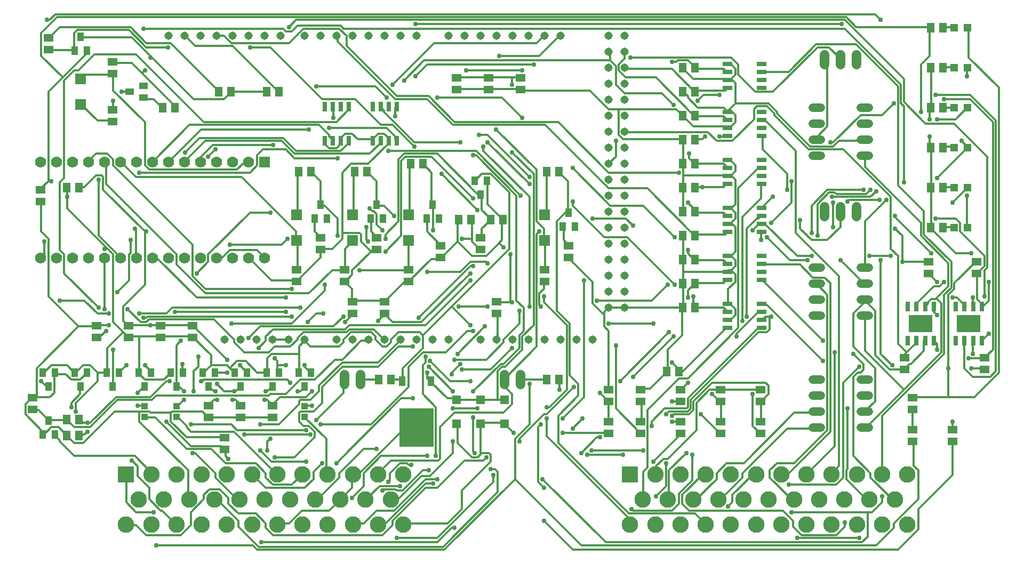
<source format=gbr>
G04 EAGLE Gerber X2 export*
%TF.Part,Single*%
%TF.FileFunction,Copper,L1,Top,Mixed*%
%TF.FilePolarity,Positive*%
%TF.GenerationSoftware,Autodesk,EAGLE,9.1.3*%
%TF.CreationDate,2020-03-16T01:18:41Z*%
G75*
%MOMM*%
%FSLAX34Y34*%
%LPD*%
%AMOC8*
5,1,8,0,0,1.08239X$1,22.5*%
G01*
%ADD10R,1.300000X1.500000*%
%ADD11R,1.500000X1.300000*%
%ADD12R,1.000000X1.400000*%
%ADD13C,1.524000*%
%ADD14R,0.800000X1.532000*%
%ADD15R,3.810000X2.794000*%
%ADD16R,5.400000X6.200000*%
%ADD17R,1.000000X1.600000*%
%ADD18C,1.320800*%
%ADD19R,1.200000X1.200000*%
%ADD20R,1.525000X0.700000*%
%ADD21R,1.100000X1.000000*%
%ADD22C,1.308000*%
%ADD23R,0.700000X1.525000*%
%ADD24R,1.778000X1.778000*%
%ADD25C,1.778000*%
%ADD26R,1.700000X1.800000*%
%ADD27R,2.625000X2.625000*%
%ADD28C,2.625000*%
%ADD29R,1.400000X1.000000*%
%ADD30R,1.400000X1.400000*%
%ADD31C,0.304800*%
%ADD32C,0.756400*%


D10*
X98400Y165100D03*
X79400Y165100D03*
D11*
X584200Y358800D03*
X584200Y377800D03*
X1422400Y206400D03*
X1422400Y225400D03*
X762000Y358800D03*
X762000Y377800D03*
X330200Y142900D03*
X330200Y161900D03*
X533400Y358800D03*
X533400Y377800D03*
X800100Y733400D03*
X800100Y714400D03*
X749300Y733400D03*
X749300Y714400D03*
X698500Y733400D03*
X698500Y714400D03*
X279400Y320700D03*
X279400Y339700D03*
X228600Y320700D03*
X228600Y339700D03*
X25400Y206400D03*
X25400Y225400D03*
X177800Y320700D03*
X177800Y339700D03*
X127000Y320700D03*
X127000Y339700D03*
X990600Y219100D03*
X990600Y238100D03*
X406400Y212700D03*
X406400Y193700D03*
X1054100Y219100D03*
X1054100Y238100D03*
X355600Y212700D03*
X355600Y193700D03*
X1117600Y219100D03*
X1117600Y238100D03*
X304800Y212700D03*
X304800Y193700D03*
X1181100Y219100D03*
X1181100Y238100D03*
D12*
X60300Y265000D03*
X41300Y265000D03*
X50800Y243000D03*
X466700Y265000D03*
X447700Y265000D03*
X457200Y243000D03*
X415900Y265000D03*
X396900Y265000D03*
X406400Y243000D03*
X365100Y265000D03*
X346100Y265000D03*
X355600Y243000D03*
X314300Y265000D03*
X295300Y265000D03*
X304800Y243000D03*
X263500Y265000D03*
X244500Y265000D03*
X254000Y243000D03*
X212700Y265000D03*
X193700Y265000D03*
X203200Y243000D03*
X161900Y265000D03*
X142900Y265000D03*
X152400Y243000D03*
X111100Y265000D03*
X92100Y265000D03*
X101600Y243000D03*
D13*
X1282700Y754380D02*
X1282700Y769620D01*
X1308100Y769620D02*
X1308100Y754380D01*
X1333500Y754380D02*
X1333500Y769620D01*
D14*
X1414140Y315560D03*
X1428120Y315560D03*
X1442080Y315560D03*
X1456060Y315560D03*
X1456060Y370240D03*
X1442080Y370240D03*
X1428120Y370240D03*
X1414140Y370240D03*
D15*
X1435100Y342900D03*
D14*
X1490340Y315560D03*
X1504320Y315560D03*
X1518280Y315560D03*
X1532260Y315560D03*
X1532260Y370240D03*
X1518280Y370240D03*
X1504320Y370240D03*
X1490340Y370240D03*
D15*
X1511300Y342900D03*
D16*
X635000Y178200D03*
D17*
X657800Y251200D03*
X612200Y251200D03*
D18*
X1263396Y685800D02*
X1276604Y685800D01*
X1276604Y660400D02*
X1263396Y660400D01*
X1339596Y660400D02*
X1352804Y660400D01*
X1352804Y685800D02*
X1339596Y685800D01*
X1276604Y635000D02*
X1263396Y635000D01*
X1263396Y609600D02*
X1276604Y609600D01*
X1339596Y635000D02*
X1352804Y635000D01*
X1352804Y609600D02*
X1339596Y609600D01*
D13*
X774700Y261620D02*
X774700Y246380D01*
X800100Y246380D02*
X800100Y261620D01*
X520700Y261620D02*
X520700Y246380D01*
X546100Y246380D02*
X546100Y261620D01*
D19*
X1509100Y749300D03*
X1488100Y749300D03*
X1509100Y685800D03*
X1488100Y685800D03*
X1509100Y622300D03*
X1488100Y622300D03*
X1509100Y558800D03*
X1488100Y558800D03*
X1509100Y495300D03*
X1488100Y495300D03*
X1509100Y812800D03*
X1488100Y812800D03*
D20*
X1128580Y374650D03*
X1128580Y361950D03*
X1128580Y349250D03*
X1128580Y336550D03*
X1182820Y336550D03*
X1182820Y349250D03*
X1182820Y361950D03*
X1182820Y374650D03*
X1128580Y527050D03*
X1128580Y514350D03*
X1128580Y501650D03*
X1128580Y488950D03*
X1182820Y488950D03*
X1182820Y501650D03*
X1182820Y514350D03*
X1182820Y527050D03*
X1128580Y450850D03*
X1128580Y438150D03*
X1128580Y425450D03*
X1128580Y412750D03*
X1182820Y412750D03*
X1182820Y425450D03*
X1182820Y438150D03*
X1182820Y450850D03*
X1128580Y603250D03*
X1128580Y590550D03*
X1128580Y577850D03*
X1128580Y565150D03*
X1182820Y565150D03*
X1182820Y577850D03*
X1182820Y590550D03*
X1182820Y603250D03*
X1128580Y679450D03*
X1128580Y666750D03*
X1128580Y654050D03*
X1128580Y641350D03*
X1182820Y641350D03*
X1182820Y654050D03*
X1182820Y666750D03*
X1182820Y679450D03*
X1128580Y755650D03*
X1128580Y742950D03*
X1128580Y730250D03*
X1128580Y717550D03*
X1182820Y717550D03*
X1182820Y730250D03*
X1182820Y742950D03*
X1182820Y755650D03*
D11*
X939800Y187300D03*
X939800Y168300D03*
X1422400Y155600D03*
X1422400Y174600D03*
X1485900Y155600D03*
X1485900Y174600D03*
D21*
X457200Y194700D03*
X457200Y211700D03*
D10*
X1057300Y482600D03*
X1076300Y482600D03*
X1057300Y520700D03*
X1076300Y520700D03*
X1451000Y749300D03*
X1470000Y749300D03*
X1451000Y685800D03*
X1470000Y685800D03*
X1451000Y622300D03*
X1470000Y622300D03*
X1451000Y558800D03*
X1470000Y558800D03*
X1050900Y266700D03*
X1031900Y266700D03*
D11*
X939800Y219100D03*
X939800Y238100D03*
D10*
X1076300Y368300D03*
X1057300Y368300D03*
D11*
X1536700Y269900D03*
X1536700Y288900D03*
X1409700Y288900D03*
X1409700Y269900D03*
X1447800Y441300D03*
X1447800Y422300D03*
X1524000Y422300D03*
X1524000Y441300D03*
D10*
X1451000Y495300D03*
X1470000Y495300D03*
X1076300Y444500D03*
X1057300Y444500D03*
X1057300Y406400D03*
X1076300Y406400D03*
X1076300Y596900D03*
X1057300Y596900D03*
X1057300Y558800D03*
X1076300Y558800D03*
X79400Y190500D03*
X98400Y190500D03*
X1076300Y673100D03*
X1057300Y673100D03*
X1057300Y635000D03*
X1076300Y635000D03*
X1076300Y749300D03*
X1057300Y749300D03*
X1057300Y711200D03*
X1076300Y711200D03*
X841400Y254000D03*
X860400Y254000D03*
X574700Y254000D03*
X593700Y254000D03*
X1451000Y812800D03*
X1470000Y812800D03*
D11*
X990600Y168300D03*
X990600Y187300D03*
X1054100Y168300D03*
X1054100Y187300D03*
X1117600Y168300D03*
X1117600Y187300D03*
D21*
X254000Y194700D03*
X254000Y211700D03*
X203200Y194700D03*
X203200Y211700D03*
D11*
X1181100Y168300D03*
X1181100Y187300D03*
D22*
X241300Y800100D03*
X266700Y800100D03*
X292100Y800100D03*
X317500Y800100D03*
X342900Y800100D03*
X368300Y800100D03*
X393700Y800100D03*
X419100Y800100D03*
X457200Y800100D03*
X482600Y800100D03*
X508000Y800100D03*
X533400Y800100D03*
X558800Y800100D03*
X584200Y800100D03*
X609600Y800100D03*
X635000Y800100D03*
X685800Y800100D03*
X711200Y800100D03*
X736600Y800100D03*
X762000Y800100D03*
X787400Y800100D03*
X812800Y800100D03*
X838200Y800100D03*
X863600Y800100D03*
X939800Y800100D03*
X939800Y774700D03*
X939800Y749300D03*
X939800Y723900D03*
X939800Y698500D03*
X939800Y673100D03*
X939800Y647700D03*
X939800Y622300D03*
X939800Y596900D03*
X939800Y571500D03*
X939800Y546100D03*
X939800Y520700D03*
X939800Y495300D03*
X939800Y469900D03*
X939800Y444500D03*
X939800Y419100D03*
X939800Y393700D03*
X939800Y368300D03*
X965200Y368300D03*
X965200Y393700D03*
X965200Y419100D03*
X965200Y444500D03*
X965200Y469900D03*
X965200Y495300D03*
X965200Y520700D03*
X965200Y546100D03*
X965200Y571500D03*
X965200Y596900D03*
X965200Y622300D03*
X965200Y647700D03*
X965200Y673100D03*
X965200Y698500D03*
X965200Y723900D03*
X965200Y749300D03*
X965200Y774700D03*
X965200Y800100D03*
X914400Y317500D03*
X889000Y317500D03*
X863600Y317500D03*
X838200Y317500D03*
X812800Y317500D03*
X787400Y317500D03*
X762000Y317500D03*
X736600Y317500D03*
X685800Y317500D03*
X660400Y317500D03*
X635000Y317500D03*
X609600Y317500D03*
X584200Y317500D03*
X558800Y317500D03*
X533400Y317500D03*
X508000Y317500D03*
X457200Y317500D03*
X431800Y317500D03*
X406400Y317500D03*
X381000Y317500D03*
X355600Y317500D03*
X330200Y317500D03*
D13*
X1333500Y513080D02*
X1333500Y528320D01*
X1308100Y528320D02*
X1308100Y513080D01*
X1282700Y513080D02*
X1282700Y528320D01*
D12*
X41300Y166800D03*
X60300Y166800D03*
X50800Y188800D03*
D23*
X565150Y633280D03*
X577850Y633280D03*
X590550Y633280D03*
X603250Y633280D03*
X603250Y687520D03*
X590550Y687520D03*
X577850Y687520D03*
X565150Y687520D03*
X488950Y633280D03*
X501650Y633280D03*
X514350Y633280D03*
X527050Y633280D03*
X527050Y687520D03*
X514350Y687520D03*
X501650Y687520D03*
X488950Y687520D03*
D24*
X393700Y599440D03*
D25*
X368300Y599440D03*
X342900Y599440D03*
X317500Y599440D03*
X292100Y599440D03*
X266700Y599440D03*
X241300Y599440D03*
X215900Y599440D03*
X190500Y599440D03*
X165100Y599440D03*
X139700Y599440D03*
X114300Y599440D03*
X88900Y599440D03*
X63500Y599440D03*
X38100Y599440D03*
X393700Y447040D03*
X368300Y447040D03*
X342900Y447040D03*
X317500Y447040D03*
X292100Y447040D03*
X266700Y447040D03*
X241300Y447040D03*
X215900Y447040D03*
X190500Y447040D03*
X165100Y447040D03*
X139700Y447040D03*
X114300Y447040D03*
X88900Y447040D03*
X63500Y447040D03*
X38100Y447040D03*
D12*
X482600Y531700D03*
X492100Y509700D03*
X473100Y509700D03*
X571500Y531700D03*
X581000Y509700D03*
X562000Y509700D03*
D11*
X482600Y460400D03*
X482600Y479400D03*
D10*
X447700Y584200D03*
X466700Y584200D03*
D11*
X571500Y479400D03*
X571500Y460400D03*
D10*
X555600Y584200D03*
X536600Y584200D03*
D12*
X660400Y531700D03*
X669900Y509700D03*
X650900Y509700D03*
D11*
X673100Y447700D03*
X673100Y466700D03*
D10*
X625500Y596900D03*
X644500Y596900D03*
D26*
X444500Y515800D03*
X444500Y474800D03*
X533400Y515800D03*
X533400Y474800D03*
X622300Y515800D03*
X622300Y474800D03*
D12*
X746100Y569800D03*
X727100Y569800D03*
X736600Y547800D03*
D11*
X736600Y479400D03*
X736600Y460400D03*
D10*
X720700Y508000D03*
X701700Y508000D03*
X752500Y508000D03*
X771500Y508000D03*
D11*
X520700Y428600D03*
X520700Y409600D03*
X444500Y428600D03*
X444500Y409600D03*
X622300Y428600D03*
X622300Y409600D03*
D12*
X876300Y519000D03*
X885800Y497000D03*
X866800Y497000D03*
D11*
X876300Y447700D03*
X876300Y466700D03*
D10*
X841400Y584200D03*
X860400Y584200D03*
D26*
X838200Y515800D03*
X838200Y474800D03*
D11*
X838200Y428600D03*
X838200Y409600D03*
X38100Y555600D03*
X38100Y536600D03*
D10*
X79400Y558800D03*
X98400Y558800D03*
D18*
X1263396Y254000D02*
X1276604Y254000D01*
X1276604Y228600D02*
X1263396Y228600D01*
X1339596Y228600D02*
X1352804Y228600D01*
X1352804Y254000D02*
X1339596Y254000D01*
X1276604Y203200D02*
X1263396Y203200D01*
X1263396Y177800D02*
X1276604Y177800D01*
X1339596Y203200D02*
X1352804Y203200D01*
X1352804Y177800D02*
X1339596Y177800D01*
X1276604Y431800D02*
X1263396Y431800D01*
X1263396Y406400D02*
X1276604Y406400D01*
X1339596Y406400D02*
X1352804Y406400D01*
X1352804Y431800D02*
X1339596Y431800D01*
X1276604Y381000D02*
X1263396Y381000D01*
X1263396Y355600D02*
X1276604Y355600D01*
X1339596Y381000D02*
X1352804Y381000D01*
X1352804Y355600D02*
X1339596Y355600D01*
D27*
X173700Y103500D03*
D28*
X213700Y103500D03*
X253700Y103500D03*
X293700Y103500D03*
X333700Y103500D03*
X373700Y103500D03*
X413700Y103500D03*
X453700Y103500D03*
X493700Y103500D03*
X533700Y103500D03*
X573700Y103500D03*
X613700Y103500D03*
X193700Y63500D03*
X233700Y63500D03*
X273700Y63500D03*
X313700Y63500D03*
X353700Y63500D03*
X393700Y63500D03*
X433700Y63500D03*
X473700Y63500D03*
X513700Y63500D03*
X553700Y63500D03*
X593700Y63500D03*
X173700Y23500D03*
X213700Y23500D03*
X253700Y23500D03*
X293700Y23500D03*
X333700Y23500D03*
X373700Y23500D03*
X413700Y23500D03*
X453700Y23500D03*
X493700Y23500D03*
X533700Y23500D03*
X573700Y23500D03*
X613700Y23500D03*
D27*
X973800Y103500D03*
D28*
X1013800Y103500D03*
X1053800Y103500D03*
X1093800Y103500D03*
X1133800Y103500D03*
X1173800Y103500D03*
X1213800Y103500D03*
X1253800Y103500D03*
X1293800Y103500D03*
X1333800Y103500D03*
X1373800Y103500D03*
X1413800Y103500D03*
X993800Y63500D03*
X1033800Y63500D03*
X1073800Y63500D03*
X1113800Y63500D03*
X1153800Y63500D03*
X1193800Y63500D03*
X1233800Y63500D03*
X1273800Y63500D03*
X1313800Y63500D03*
X1353800Y63500D03*
X1393800Y63500D03*
X973800Y23500D03*
X1013800Y23500D03*
X1053800Y23500D03*
X1093800Y23500D03*
X1133800Y23500D03*
X1173800Y23500D03*
X1213800Y23500D03*
X1253800Y23500D03*
X1293800Y23500D03*
X1333800Y23500D03*
X1373800Y23500D03*
X1413800Y23500D03*
D29*
X179500Y711200D03*
X201500Y720700D03*
X201500Y701700D03*
D10*
X250800Y685800D03*
X231800Y685800D03*
D11*
X152400Y663600D03*
X152400Y682600D03*
D26*
X101600Y690700D03*
X101600Y731700D03*
D11*
X152400Y739800D03*
X152400Y758800D03*
D30*
X698500Y222200D03*
X698500Y184200D03*
X736600Y222200D03*
X736600Y184200D03*
X774700Y222200D03*
X774700Y184200D03*
D12*
X92100Y776400D03*
X111100Y776400D03*
X101600Y798400D03*
D10*
X339700Y711200D03*
X320700Y711200D03*
D11*
X50800Y796900D03*
X50800Y777900D03*
D10*
X396900Y711200D03*
X415900Y711200D03*
D31*
X406908Y317754D02*
X429768Y317754D01*
X406908Y317754D02*
X406400Y317500D01*
X429768Y317754D02*
X431800Y317500D01*
X1076706Y596646D02*
X1122426Y596646D01*
X1126998Y592074D01*
X1076706Y596646D02*
X1076300Y596900D01*
X1126998Y592074D02*
X1128580Y590550D01*
X802386Y745236D02*
X713232Y745236D01*
X1067562Y612648D02*
X1067562Y605790D01*
X1074420Y598932D01*
X1076300Y596900D01*
D32*
X713232Y745236D03*
X802386Y745236D03*
X1067562Y612648D03*
D31*
X1088136Y560070D02*
X1122426Y560070D01*
X1088136Y560070D02*
X1076706Y560070D01*
X1122426Y560070D02*
X1126998Y564642D01*
X1076706Y560070D02*
X1076300Y558800D01*
X1126998Y564642D02*
X1128580Y565150D01*
X329184Y800100D02*
X317500Y800100D01*
X329184Y800100D02*
X340614Y788670D01*
X432054Y788670D01*
X454914Y811530D01*
X512064Y811530D01*
X523494Y800100D01*
X523494Y784098D01*
X603504Y704088D01*
X653796Y704088D01*
X694944Y662940D01*
X859536Y662940D01*
X939546Y582930D01*
X1051560Y582930D01*
D32*
X1051560Y582930D03*
X1088136Y560070D03*
D31*
X1076706Y406908D02*
X1122426Y406908D01*
X1126998Y411480D01*
X1076706Y406908D02*
X1076300Y406400D01*
X1126998Y411480D02*
X1128580Y412750D01*
X402336Y781812D02*
X370332Y781812D01*
X402336Y781812D02*
X484632Y699516D01*
X537210Y699516D01*
X578358Y658368D01*
X596646Y658368D01*
X630936Y624078D01*
X674370Y580644D02*
X731520Y523494D01*
X1065276Y395478D02*
X1065276Y384048D01*
X1065276Y395478D02*
X1074420Y404622D01*
X1076300Y406400D01*
D32*
X370332Y781812D03*
X630936Y624078D03*
X674370Y580644D03*
X731520Y523494D03*
X1065276Y384048D03*
D31*
X1076706Y443484D02*
X1122426Y443484D01*
X1126998Y438912D01*
X1076706Y443484D02*
X1076300Y444500D01*
X1126998Y438912D02*
X1128580Y438150D01*
X569214Y720090D02*
X475488Y720090D01*
X569214Y720090D02*
X587502Y701802D01*
X667512Y701802D02*
X770382Y701802D01*
X802386Y669798D01*
X882396Y589788D02*
X941832Y530352D01*
X994410Y530352D01*
X1044702Y480060D01*
X1065276Y459486D02*
X1065276Y454914D01*
X1074420Y445770D01*
X1076300Y444500D01*
D32*
X475488Y720090D03*
X587502Y701802D03*
X667512Y701802D03*
X802386Y669798D03*
X882396Y589788D03*
X1044702Y480060D03*
X1065276Y459486D03*
D31*
X1076706Y368046D02*
X1122426Y368046D01*
X1126998Y363474D01*
X1076706Y368046D02*
X1076300Y368300D01*
X1126998Y363474D02*
X1128580Y361950D01*
X813816Y564642D02*
X747522Y630936D01*
X882396Y537210D02*
X882396Y530352D01*
X932688Y480060D01*
X969264Y480060D01*
X1044702Y404622D01*
X1074420Y386334D02*
X1074420Y370332D01*
X1076300Y368300D01*
D32*
X747522Y630936D03*
X813816Y564642D03*
X882396Y537210D03*
X1044702Y404622D03*
X1074420Y386334D03*
D31*
X1058418Y267462D02*
X1053846Y267462D01*
X1051560Y267462D01*
X1058418Y267462D02*
X1126998Y336042D01*
X1051560Y267462D02*
X1050900Y266700D01*
X1126998Y336042D02*
X1128580Y336550D01*
X740664Y617220D02*
X740664Y624078D01*
X740664Y617220D02*
X813816Y544068D01*
X813816Y370332D01*
X1040130Y281178D02*
X1053846Y267462D01*
X1050900Y266700D01*
D32*
X740664Y624078D03*
X813816Y370332D03*
X1040130Y281178D03*
D31*
X1076706Y518922D02*
X1122426Y518922D01*
X1126998Y514350D01*
X1076706Y518922D02*
X1076300Y520700D01*
X1126998Y514350D02*
X1128580Y514350D01*
X747522Y642366D02*
X733806Y642366D01*
X747522Y642366D02*
X813816Y576072D01*
X1065276Y534924D02*
X1074420Y525780D01*
X1074420Y521208D01*
X1076300Y520700D01*
D32*
X733806Y642366D03*
X813816Y576072D03*
X1065276Y534924D03*
D31*
X1076706Y484632D02*
X1124712Y484632D01*
X1126998Y486918D01*
X1076706Y484632D02*
X1076300Y482600D01*
X1126998Y486918D02*
X1128580Y488950D01*
X509778Y790956D02*
X509778Y800100D01*
X509778Y790956D02*
X601218Y699516D01*
X651510Y699516D01*
X692658Y658368D01*
X838962Y658368D01*
X939546Y557784D01*
X1001268Y557784D01*
X1074420Y484632D01*
X509778Y800100D02*
X508000Y800100D01*
X1074420Y484632D02*
X1076300Y482600D01*
X265176Y221742D02*
X256032Y212598D01*
X265176Y235458D02*
X256032Y244602D01*
X256032Y212598D02*
X254000Y211700D01*
X254000Y243000D02*
X256032Y244602D01*
X253746Y244602D02*
X253746Y308610D01*
X260604Y315468D01*
X285750Y422910D02*
X304038Y441198D01*
X304038Y452628D01*
X370332Y518922D01*
X402336Y518922D01*
X596646Y722376D02*
X662940Y788670D01*
X825246Y788670D01*
X836676Y800100D01*
X253746Y244602D02*
X254000Y243000D01*
X836676Y800100D02*
X838200Y800100D01*
D32*
X265176Y221742D03*
X265176Y235458D03*
X260604Y315468D03*
X285750Y422910D03*
X402336Y518922D03*
X596646Y722376D03*
D31*
X201168Y212598D02*
X192024Y212598D01*
X192024Y233172D02*
X201168Y242316D01*
X201168Y212598D02*
X203200Y211700D01*
X201168Y242316D02*
X203200Y243000D01*
X338328Y468630D02*
X420624Y468630D01*
X429768Y477774D01*
X765810Y768096D02*
X829818Y768096D01*
X861822Y800100D01*
X863600Y800100D01*
D32*
X192024Y212598D03*
X192024Y233172D03*
X338328Y468630D03*
X429768Y477774D03*
X765810Y768096D03*
D31*
X100584Y242316D02*
X100584Y230886D01*
X86868Y217170D01*
X86868Y210312D01*
X221742Y-9144D02*
X374904Y-9144D01*
X381762Y-16002D01*
X678942Y-16002D01*
X790956Y96012D01*
X790956Y160020D01*
X813816Y182880D01*
X813816Y246888D01*
X101600Y243000D02*
X100584Y242316D01*
X1424178Y155448D02*
X1424178Y116586D01*
X1431036Y109728D01*
X1431036Y64008D01*
X1392174Y25146D01*
X1392174Y18288D01*
X1364742Y-9144D01*
X896112Y-9144D01*
X790956Y96012D01*
X1422400Y155600D02*
X1424178Y155448D01*
X763524Y317754D02*
X763524Y356616D01*
X762000Y358800D01*
X763524Y317754D02*
X762000Y317500D01*
D32*
X86868Y210312D03*
X221742Y-9144D03*
X813816Y246888D03*
D31*
X313182Y235458D02*
X306324Y242316D01*
X313182Y235458D02*
X315468Y235458D01*
X313182Y221742D02*
X317754Y221742D01*
X313182Y221742D02*
X306324Y214884D01*
X306324Y242316D02*
X304800Y243000D01*
X306324Y214884D02*
X304800Y212700D01*
X1085850Y198882D02*
X1115568Y169164D01*
X724662Y434340D02*
X720090Y434340D01*
X637794Y352044D01*
X1115568Y169164D02*
X1117600Y168300D01*
X386334Y338328D02*
X368046Y320040D01*
X386334Y338328D02*
X502920Y338328D01*
X518922Y354330D01*
D32*
X315468Y235458D03*
X317754Y221742D03*
X1085850Y198882D03*
X724662Y434340D03*
X637794Y352044D03*
X368046Y320040D03*
X518922Y354330D03*
D31*
X354330Y242316D02*
X347472Y235458D01*
X345186Y235458D01*
X347472Y221742D02*
X342900Y221742D01*
X347472Y221742D02*
X354330Y214884D01*
X354330Y242316D02*
X355600Y243000D01*
X354330Y214884D02*
X355600Y212700D01*
X345186Y235458D02*
X329184Y235458D01*
X317754Y246888D01*
X1010412Y123444D02*
X1053846Y166878D01*
X720090Y251460D02*
X688086Y251460D01*
X656082Y283464D01*
X1054100Y168300D02*
X1053846Y166878D01*
X416052Y182880D02*
X386334Y182880D01*
X416052Y182880D02*
X448056Y214884D01*
X448056Y219456D01*
X450342Y221742D01*
X466344Y221742D01*
X480060Y235458D01*
X480060Y244602D01*
X516636Y281178D01*
X573786Y281178D01*
X608076Y315468D01*
X609600Y317500D01*
D32*
X345186Y235458D03*
X342900Y221742D03*
X317754Y246888D03*
X1010412Y123444D03*
X720090Y251460D03*
X656082Y283464D03*
X386334Y182880D03*
D31*
X153162Y244602D02*
X153162Y301752D01*
X139446Y365760D02*
X139446Y445770D01*
X153162Y244602D02*
X152400Y243000D01*
X139446Y445770D02*
X139700Y447040D01*
X573786Y347472D02*
X582930Y356616D01*
X584200Y358800D01*
X1168146Y180594D02*
X1179576Y169164D01*
X1168146Y180594D02*
X1168146Y230886D01*
X720090Y422910D02*
X642366Y345186D01*
X596646Y345186D01*
X585216Y356616D01*
X1179576Y169164D02*
X1181100Y168300D01*
X585216Y356616D02*
X584200Y358800D01*
X196596Y345186D02*
X176022Y365760D01*
X196596Y345186D02*
X205740Y345186D01*
X210312Y349758D01*
X313182Y349758D01*
X345186Y317754D01*
X345186Y313182D01*
X361188Y297180D01*
X400050Y297180D01*
X409194Y306324D01*
X434340Y306324D01*
X445770Y317754D01*
X445770Y320040D01*
X454914Y329184D01*
X523494Y329184D01*
X528066Y333756D01*
X566928Y333756D01*
X582930Y317754D01*
X584200Y317500D01*
D32*
X153162Y301752D03*
X139446Y365760D03*
X573786Y347472D03*
X1168146Y230886D03*
X720090Y422910D03*
X176022Y365760D03*
D31*
X77724Y189738D02*
X52578Y189738D01*
X50800Y188800D01*
X77724Y189738D02*
X79400Y190500D01*
X34290Y205740D02*
X27432Y205740D01*
X34290Y205740D02*
X50292Y189738D01*
X27432Y205740D02*
X25400Y206400D01*
X50292Y189738D02*
X50800Y188800D01*
X546354Y315468D02*
X557784Y315468D01*
X546354Y315468D02*
X516636Y285750D01*
X505206Y285750D01*
X473202Y253746D01*
X450342Y253746D01*
X427482Y230886D01*
X402336Y230886D01*
X400050Y228600D01*
X221742Y228600D01*
X214884Y221742D01*
X160020Y221742D01*
X116586Y178308D01*
X91440Y178308D01*
X80010Y189738D01*
X557784Y315468D02*
X558800Y317500D01*
X80010Y189738D02*
X79400Y190500D01*
X50292Y244602D02*
X45720Y244602D01*
X38862Y251460D01*
X68580Y379476D02*
X107442Y379476D01*
X128016Y358902D01*
X146304Y358902D01*
X194310Y358902D02*
X237744Y358902D01*
X246888Y368046D01*
X450342Y368046D01*
X50800Y243000D02*
X50292Y244602D01*
X521208Y345186D02*
X532638Y356616D01*
X533400Y358800D01*
X1485900Y155600D02*
X1485900Y102870D01*
X1431036Y48006D01*
X1431036Y16002D01*
X1399032Y-16002D01*
X882396Y-16002D01*
X836676Y29718D01*
X836676Y82296D02*
X827532Y91440D01*
X827532Y178308D01*
X832104Y182880D01*
X731520Y208026D02*
X692658Y208026D01*
X692658Y235458D02*
X653796Y274320D01*
D32*
X38862Y251460D03*
X68580Y379476D03*
X146304Y358902D03*
X194310Y358902D03*
X450342Y368046D03*
X521208Y345186D03*
X836676Y29718D03*
X836676Y82296D03*
X832104Y182880D03*
X731520Y208026D03*
X692658Y208026D03*
X692658Y235458D03*
X653796Y274320D03*
D31*
X182880Y797814D02*
X102870Y797814D01*
X214884Y765810D02*
X281178Y699516D01*
X214884Y765810D02*
X182880Y797814D01*
X281178Y699516D02*
X329184Y699516D01*
X340614Y710946D01*
X102870Y797814D02*
X101600Y798400D01*
X340614Y710946D02*
X395478Y710946D01*
X396900Y711200D01*
X340614Y710946D02*
X339700Y711200D01*
X427482Y361188D02*
X251460Y361188D01*
X214884Y765810D02*
X212598Y765810D01*
X130302Y571500D02*
X130302Y482346D01*
X164592Y448056D01*
X165100Y447040D01*
D32*
X427482Y361188D03*
X251460Y361188D03*
X212598Y765810D03*
X130302Y571500D03*
D31*
X1504188Y315468D02*
X1504188Y272034D01*
X1517904Y258318D01*
X1545336Y258318D01*
X1554480Y267462D01*
X1554480Y665226D01*
X1513332Y706374D01*
X1458468Y706374D01*
X1115568Y706374D02*
X1090422Y706374D01*
X1081278Y697230D01*
X950976Y633222D02*
X950976Y608076D01*
X939800Y596900D01*
X1504188Y315468D02*
X1504320Y315560D01*
D32*
X1458468Y706374D03*
X1115568Y706374D03*
X1081278Y697230D03*
X950976Y633222D03*
D31*
X1511046Y288036D02*
X1536192Y288036D01*
X1460754Y301752D02*
X1460754Y310896D01*
X1456182Y315468D01*
X1536192Y288036D02*
X1536700Y288900D01*
X1456182Y315468D02*
X1456060Y315560D01*
X1296162Y630936D02*
X1291590Y630936D01*
X1296162Y630936D02*
X1339596Y674370D01*
X1373886Y674370D01*
X1392174Y692658D01*
X1472184Y699516D02*
X1513332Y699516D01*
X1549908Y662940D01*
X1549908Y301752D01*
X1538478Y290322D01*
X1536700Y288900D01*
D32*
X1511046Y288036D03*
X1460754Y301752D03*
X1291590Y630936D03*
X1392174Y692658D03*
X1472184Y699516D03*
D31*
X1122426Y747522D02*
X1076706Y747522D01*
X1122426Y747522D02*
X1126998Y742950D01*
X1076706Y747522D02*
X1076300Y749300D01*
X1126998Y742950D02*
X1128580Y742950D01*
X1046988Y758952D02*
X1040130Y758952D01*
X1046988Y758952D02*
X1049274Y761238D01*
X1065276Y761238D01*
X1076706Y749808D01*
X1076300Y749300D01*
D32*
X1040130Y758952D03*
D31*
X189738Y491490D02*
X189738Y448056D01*
X189738Y491490D02*
X187452Y493776D01*
X189738Y448056D02*
X190500Y447040D01*
X1076706Y635508D02*
X1088136Y635508D01*
X1092708Y640080D01*
X1115568Y640080D02*
X1126998Y640080D01*
X1076706Y635508D02*
X1076300Y635000D01*
X1126998Y640080D02*
X1128580Y641350D01*
X941832Y761238D02*
X941832Y772668D01*
X941832Y761238D02*
X950976Y752094D01*
X950976Y722376D01*
X964692Y708660D01*
X1024128Y708660D01*
X1042416Y690372D01*
X941832Y772668D02*
X939800Y774700D01*
X292608Y608076D02*
X292608Y601218D01*
X292608Y608076D02*
X310896Y626364D01*
X406908Y626364D01*
X614934Y729234D02*
X646938Y761238D01*
X941832Y761238D01*
X292608Y601218D02*
X292100Y599440D01*
D32*
X187452Y493776D03*
X1092708Y640080D03*
X1115568Y640080D03*
X1042416Y690372D03*
X406908Y626364D03*
X614934Y729234D03*
D31*
X468630Y212598D02*
X457200Y212598D01*
X450342Y235458D02*
X445770Y235458D01*
X450342Y235458D02*
X457200Y242316D01*
X457200Y212598D02*
X457200Y211700D01*
X457200Y242316D02*
X457200Y243000D01*
X724662Y541782D02*
X658368Y608076D01*
X617220Y608076D01*
X610362Y601218D01*
X610362Y482346D01*
X585216Y457200D01*
X486918Y358902D02*
X475488Y358902D01*
X461772Y345186D01*
D32*
X468630Y212598D03*
X445770Y235458D03*
X724662Y541782D03*
X585216Y457200D03*
X486918Y358902D03*
X461772Y345186D03*
D31*
X1533906Y317754D02*
X1543050Y326898D01*
X1451610Y454914D02*
X1394460Y512064D01*
X1394460Y514350D01*
X1369314Y539496D02*
X1321308Y539496D01*
X1319022Y537210D01*
X1533906Y317754D02*
X1532260Y315560D01*
D32*
X1543050Y326898D03*
X1451610Y454914D03*
X1394460Y514350D03*
X1369314Y539496D03*
X1319022Y537210D03*
D31*
X1410462Y294894D02*
X1410462Y290322D01*
X1412748Y297180D02*
X1426464Y310896D01*
X1412748Y297180D02*
X1410462Y294894D01*
X1426464Y310896D02*
X1426464Y315468D01*
X1410462Y290322D02*
X1409700Y288900D01*
X1426464Y315468D02*
X1428120Y315560D01*
X1097280Y646938D02*
X966978Y646938D01*
X1097280Y646938D02*
X1110996Y633222D01*
X1136142Y633222D01*
X1170432Y667512D01*
X1170432Y683514D01*
X1175004Y688086D01*
X1191006Y688086D01*
X1202436Y676656D01*
X1202436Y674370D01*
X1257300Y619506D01*
X1312164Y619506D01*
X1387602Y544068D01*
X1387602Y461772D01*
X1399032Y450342D01*
X1399032Y310896D01*
X1412748Y297180D01*
X966978Y646938D02*
X965200Y647700D01*
X1076706Y713232D02*
X1124712Y713232D01*
X1126998Y715518D01*
X1076706Y713232D02*
X1076300Y711200D01*
X1126998Y715518D02*
X1128580Y717550D01*
X1040130Y747522D02*
X966978Y747522D01*
X1040130Y747522D02*
X1074420Y713232D01*
X966978Y747522D02*
X965200Y749300D01*
X1074420Y713232D02*
X1076300Y711200D01*
X1076706Y672084D02*
X1122426Y672084D01*
X1126998Y667512D01*
X1076706Y672084D02*
X1076300Y673100D01*
X1126998Y667512D02*
X1128580Y666750D01*
X964692Y763524D02*
X964692Y772668D01*
X964692Y763524D02*
X955548Y754380D01*
X955548Y745236D01*
X966978Y733806D01*
X1014984Y733806D01*
X1074420Y674370D01*
X964692Y772668D02*
X965200Y774700D01*
X1074420Y674370D02*
X1076300Y673100D01*
X107442Y166878D02*
X100584Y166878D01*
X107442Y166878D02*
X112014Y171450D01*
X112014Y185166D02*
X105156Y185166D01*
X100584Y189738D01*
X100584Y166878D02*
X98400Y165100D01*
X100584Y189738D02*
X98400Y190500D01*
X939546Y187452D02*
X939546Y217170D01*
X939546Y187452D02*
X939800Y187300D01*
X939546Y217170D02*
X939800Y219100D01*
X116586Y185166D02*
X112014Y185166D01*
X116586Y185166D02*
X157734Y226314D01*
X212598Y226314D01*
X237744Y251460D01*
X242316Y251460D01*
X292608Y251460D02*
X294894Y251460D01*
X297180Y253746D01*
X429768Y253746D01*
X434340Y249174D01*
X706374Y269748D02*
X752094Y269748D01*
X786384Y304038D01*
X925830Y233172D02*
X939546Y219456D01*
X939800Y219100D01*
D32*
X112014Y171450D03*
X112014Y185166D03*
X242316Y251460D03*
X292608Y251460D03*
X434340Y249174D03*
X706374Y269748D03*
X786384Y304038D03*
X925830Y233172D03*
D31*
X699516Y182880D02*
X699516Y153162D01*
X722376Y130302D01*
X731520Y130302D01*
X736092Y134874D01*
X736092Y137160D02*
X736092Y182880D01*
X736092Y137160D02*
X736092Y134874D01*
X699516Y182880D02*
X698500Y184200D01*
X736092Y182880D02*
X736600Y184200D01*
X738378Y185166D02*
X772668Y185166D01*
X774700Y184200D01*
X738378Y185166D02*
X736600Y184200D01*
X866394Y169164D02*
X939546Y169164D01*
X788670Y169164D02*
X774954Y182880D01*
X939546Y169164D02*
X939800Y168300D01*
X774954Y182880D02*
X774700Y184200D01*
X1451610Y685800D02*
X1451610Y747522D01*
X1451610Y685800D02*
X1451000Y685800D01*
X1451610Y747522D02*
X1451000Y749300D01*
X1451610Y557784D02*
X1451610Y496062D01*
X1451000Y495300D01*
X1451610Y557784D02*
X1451000Y558800D01*
X1451610Y560070D02*
X1451610Y621792D01*
X1451000Y622300D01*
X1451610Y560070D02*
X1451000Y558800D01*
X1449324Y667512D02*
X1449324Y685800D01*
X1449324Y640080D02*
X1449324Y624078D01*
X1449324Y685800D02*
X1451000Y685800D01*
X1449324Y624078D02*
X1451000Y622300D01*
X173736Y102870D02*
X173736Y59436D01*
X189738Y43434D01*
X217170Y43434D01*
X173736Y102870D02*
X173700Y103500D01*
X1451610Y493776D02*
X1490472Y454914D01*
X1515618Y454914D01*
X1451610Y493776D02*
X1451000Y495300D01*
X749808Y137160D02*
X736092Y137160D01*
X749808Y137160D02*
X752094Y134874D01*
X752094Y123444D01*
X706374Y77724D01*
X706374Y48006D01*
X683514Y25146D01*
X614934Y25146D01*
X613700Y23500D01*
D32*
X866394Y169164D03*
X788670Y169164D03*
X1449324Y667512D03*
X1449324Y640080D03*
X217170Y43434D03*
X1515618Y454914D03*
D31*
X432054Y25146D02*
X413766Y25146D01*
X432054Y25146D02*
X452628Y45720D01*
X496062Y45720D01*
X512064Y61722D01*
X413766Y25146D02*
X413700Y23500D01*
X512064Y61722D02*
X513700Y63500D01*
X532638Y82296D02*
X532638Y102870D01*
X532638Y82296D02*
X514350Y64008D01*
X532638Y102870D02*
X533700Y103500D01*
X514350Y64008D02*
X513700Y63500D01*
X614934Y176022D02*
X633222Y176022D01*
X614934Y176022D02*
X544068Y105156D01*
X534924Y105156D01*
X633222Y176022D02*
X635000Y178200D01*
X534924Y105156D02*
X533700Y103500D01*
X173736Y276606D02*
X162306Y265176D01*
X203454Y276606D02*
X214884Y265176D01*
X162306Y265176D02*
X161900Y265000D01*
X212700Y265000D02*
X214884Y265176D01*
X262890Y265176D02*
X262890Y278892D01*
X262890Y265176D02*
X263500Y265000D01*
X315468Y265176D02*
X333756Y265176D01*
X354330Y276606D02*
X365760Y265176D01*
X315468Y265176D02*
X314300Y265000D01*
X365100Y265000D02*
X365760Y265176D01*
X228600Y340614D02*
X212598Y340614D01*
X178308Y340614D01*
X177800Y339700D01*
X228600Y340614D02*
X278892Y340614D01*
X279400Y339700D01*
X228600Y339700D02*
X228600Y340614D01*
X107442Y560070D02*
X100584Y560070D01*
X107442Y560070D02*
X125730Y578358D01*
X134874Y578358D01*
X137160Y576072D01*
X137160Y555498D01*
X203454Y489204D01*
X203454Y404622D01*
X169164Y370332D01*
X169164Y347472D01*
X176022Y340614D01*
X98400Y558800D02*
X100584Y560070D01*
X176022Y340614D02*
X177800Y339700D01*
X281178Y338328D02*
X333756Y285750D01*
X281178Y338328D02*
X279400Y339700D01*
X306324Y194310D02*
X354330Y194310D01*
X306324Y194310D02*
X304800Y193700D01*
X354330Y194310D02*
X355600Y193700D01*
X329184Y162306D02*
X269748Y162306D01*
X244602Y187452D01*
X244602Y201168D01*
X246888Y203454D01*
X294894Y203454D01*
X304038Y194310D01*
X329184Y162306D02*
X330200Y161900D01*
X304800Y193700D02*
X304038Y194310D01*
X356616Y194310D02*
X404622Y194310D01*
X406400Y193700D01*
X356616Y194310D02*
X355600Y193700D01*
X54864Y178308D02*
X43434Y166878D01*
X54864Y178308D02*
X66294Y178308D01*
X77724Y166878D01*
X43434Y166878D02*
X41300Y166800D01*
X77724Y166878D02*
X79400Y165100D01*
X77724Y262890D02*
X61722Y262890D01*
X77724Y262890D02*
X86868Y253746D01*
X100584Y253746D01*
X109728Y262890D01*
X61722Y262890D02*
X60300Y265000D01*
X109728Y262890D02*
X111100Y265000D01*
X52578Y226314D02*
X32004Y226314D01*
X27432Y226314D01*
X52578Y226314D02*
X59436Y233172D01*
X59436Y262890D01*
X27432Y226314D02*
X25400Y225400D01*
X59436Y262890D02*
X60300Y265000D01*
X98298Y338328D02*
X125730Y338328D01*
X98298Y338328D02*
X32004Y272034D01*
X32004Y226314D01*
X125730Y338328D02*
X127000Y339700D01*
X32004Y226314D02*
X25400Y225400D01*
X38862Y489204D02*
X38862Y534924D01*
X38862Y489204D02*
X50292Y477774D01*
X50292Y386334D01*
X98298Y338328D01*
X38862Y534924D02*
X38100Y536600D01*
X41148Y171450D02*
X41148Y166878D01*
X41148Y171450D02*
X13716Y198882D01*
X13716Y214884D01*
X25146Y226314D01*
X41148Y166878D02*
X41300Y166800D01*
X25400Y225400D02*
X25146Y226314D01*
X212598Y201168D02*
X244602Y201168D01*
X212598Y201168D02*
X210312Y203454D01*
X194310Y203454D02*
X155448Y203454D01*
X194310Y203454D02*
X210312Y203454D01*
X155448Y203454D02*
X105156Y153162D01*
X91440Y153162D01*
X80010Y164592D01*
X79400Y165100D01*
X128016Y340614D02*
X146304Y340614D01*
X128016Y340614D02*
X127000Y339700D01*
X272034Y109728D02*
X272034Y64008D01*
X272034Y109728D02*
X194310Y187452D01*
X194310Y203454D01*
X272034Y64008D02*
X273700Y63500D01*
X249174Y685800D02*
X249174Y690372D01*
X198882Y740664D02*
X182880Y756666D01*
X198882Y740664D02*
X249174Y690372D01*
X182880Y756666D02*
X153162Y756666D01*
X249174Y685800D02*
X250800Y685800D01*
X153162Y756666D02*
X152400Y758800D01*
X91440Y777240D02*
X52578Y777240D01*
X50800Y777900D01*
X342900Y784098D02*
X413766Y713232D01*
X342900Y784098D02*
X283464Y784098D01*
X267462Y800100D01*
X413766Y713232D02*
X415900Y711200D01*
X267462Y800100D02*
X266700Y800100D01*
X91440Y804672D02*
X91440Y777240D01*
X91440Y804672D02*
X96012Y809244D01*
X178308Y809244D01*
X205740Y781812D01*
X240030Y781812D01*
X92100Y776400D02*
X91440Y777240D01*
X198882Y740664D02*
X203454Y745236D01*
X747522Y569214D02*
X747522Y532638D01*
X770382Y509778D01*
X747522Y569214D02*
X746100Y569800D01*
X770382Y509778D02*
X771500Y508000D01*
X532638Y397764D02*
X532638Y379476D01*
X532638Y397764D02*
X521208Y409194D01*
X532638Y379476D02*
X533400Y377800D01*
X534924Y379476D02*
X582930Y379476D01*
X584200Y377800D01*
X534924Y379476D02*
X533400Y377800D01*
X614934Y409194D02*
X621792Y409194D01*
X614934Y409194D02*
X585216Y379476D01*
X621792Y409194D02*
X622300Y409600D01*
X585216Y379476D02*
X584200Y377800D01*
X658368Y445770D02*
X672084Y445770D01*
X658368Y445770D02*
X624078Y411480D01*
X672084Y445770D02*
X673100Y447700D01*
X624078Y411480D02*
X622300Y409600D01*
X571500Y459486D02*
X564642Y459486D01*
X562356Y457200D02*
X532638Y427482D01*
X562356Y457200D02*
X564642Y459486D01*
X532638Y427482D02*
X532638Y420624D01*
X521208Y409194D01*
X571500Y459486D02*
X571500Y460400D01*
X521208Y409194D02*
X520700Y409600D01*
X699516Y473202D02*
X699516Y507492D01*
X699516Y473202D02*
X674370Y448056D01*
X699516Y507492D02*
X701700Y508000D01*
X674370Y448056D02*
X673100Y447700D01*
X770382Y475488D02*
X770382Y507492D01*
X765810Y470916D02*
X745236Y450342D01*
X765810Y470916D02*
X770382Y475488D01*
X745236Y450342D02*
X722376Y450342D01*
X699516Y473202D01*
X770382Y507492D02*
X771500Y508000D01*
X566928Y635508D02*
X566928Y637794D01*
X573786Y644652D01*
X582930Y644652D01*
X592074Y635508D01*
X566928Y635508D02*
X565150Y633280D01*
X590550Y633280D02*
X592074Y635508D01*
X489204Y633222D02*
X489204Y628650D01*
X496062Y621792D01*
X507492Y621792D01*
X514350Y628650D01*
X514350Y633280D01*
X489204Y633222D02*
X488950Y633280D01*
X541782Y635508D02*
X564642Y635508D01*
X541782Y635508D02*
X532638Y644652D01*
X521208Y644652D01*
X514350Y637794D01*
X514350Y633280D01*
X564642Y635508D02*
X565150Y633280D01*
X482346Y448056D02*
X445770Y411480D01*
X482346Y448056D02*
X482346Y459486D01*
X445770Y411480D02*
X444500Y409600D01*
X482346Y459486D02*
X482600Y460400D01*
X413766Y283464D02*
X413766Y276606D01*
X413766Y265176D01*
X413766Y283464D02*
X409194Y288036D01*
X413766Y265176D02*
X415900Y265000D01*
X457200Y274320D02*
X466344Y265176D01*
X457200Y274320D02*
X457200Y276606D01*
X427482Y276606D02*
X413766Y276606D01*
X466344Y265176D02*
X466700Y265000D01*
X443484Y411480D02*
X404622Y411480D01*
X370332Y445770D01*
X443484Y411480D02*
X444500Y409600D01*
X370332Y445770D02*
X368300Y447040D01*
X589788Y628650D02*
X589788Y633222D01*
X589788Y628650D02*
X557784Y596646D01*
X530352Y596646D01*
X516636Y582930D01*
X516636Y486918D02*
X516636Y477774D01*
X516636Y486918D02*
X516636Y582930D01*
X516636Y477774D02*
X500634Y461772D01*
X484632Y461772D01*
X589788Y633222D02*
X590550Y633280D01*
X484632Y461772D02*
X482600Y460400D01*
X546354Y473202D02*
X562356Y457200D01*
X546354Y473202D02*
X546354Y484632D01*
X544068Y486918D01*
X516636Y486918D01*
X205740Y489204D02*
X203454Y489204D01*
X1410462Y272034D02*
X1417320Y278892D01*
X1419606Y278892D01*
X1440180Y299466D01*
X1440180Y315468D01*
X1410462Y272034D02*
X1409700Y269900D01*
X1440180Y315468D02*
X1442080Y315560D01*
X1447038Y441198D02*
X1405890Y441198D01*
X1447038Y441198D02*
X1447800Y441300D01*
X1408176Y269748D02*
X1385316Y269748D01*
X1362456Y292608D01*
X1362456Y363474D01*
X1346454Y379476D01*
X1408176Y269748D02*
X1409700Y269900D01*
X1346454Y379476D02*
X1346200Y381000D01*
X1515618Y272034D02*
X1536192Y272034D01*
X1536700Y269900D01*
X1517904Y294894D02*
X1517904Y315468D01*
X1518280Y315560D01*
X1344168Y374904D02*
X1344168Y379476D01*
X1344168Y374904D02*
X1328166Y358902D01*
X1328166Y306324D01*
X1362456Y272034D01*
X1362456Y219456D01*
X1346200Y203200D01*
X1344168Y379476D02*
X1346200Y381000D01*
X1511046Y765810D02*
X1511046Y811530D01*
X1511046Y765810D02*
X1559052Y717804D01*
X1559052Y265176D01*
X1520190Y226314D01*
X1479042Y226314D02*
X1424178Y226314D01*
X1479042Y226314D02*
X1520190Y226314D01*
X1511046Y811530D02*
X1509100Y812800D01*
X1424178Y226314D02*
X1422400Y225400D01*
X1488186Y406908D02*
X1522476Y441198D01*
X1488186Y406908D02*
X1488186Y397764D01*
X1479042Y388620D01*
X1479042Y272034D02*
X1479042Y226314D01*
X1479042Y272034D02*
X1479042Y388620D01*
X1522476Y441198D02*
X1524000Y441300D01*
X747522Y715518D02*
X699516Y715518D01*
X698500Y714400D01*
X747522Y715518D02*
X749300Y714400D01*
X749808Y715518D02*
X800100Y715518D01*
X800100Y714400D01*
X749808Y715518D02*
X749300Y714400D01*
X1058418Y747522D02*
X1074420Y731520D01*
X1126998Y731520D01*
X1058418Y747522D02*
X1057300Y749300D01*
X1126998Y731520D02*
X1128580Y730250D01*
X1129284Y754380D02*
X1133856Y754380D01*
X1140714Y747522D01*
X1140714Y738378D01*
X1133856Y731520D01*
X1129284Y731520D01*
X1129284Y754380D02*
X1128580Y755650D01*
X1129284Y731520D02*
X1128580Y730250D01*
X1058418Y672084D02*
X1074420Y656082D01*
X1126998Y656082D01*
X1058418Y672084D02*
X1057300Y673100D01*
X1126998Y656082D02*
X1128580Y654050D01*
X1065276Y704088D02*
X1058418Y710946D01*
X1065276Y704088D02*
X1065276Y701802D01*
X1081278Y685800D01*
X1122426Y685800D01*
X1126998Y681228D01*
X1058418Y710946D02*
X1057300Y711200D01*
X1126998Y681228D02*
X1128580Y679450D01*
X1305306Y633222D02*
X1344168Y633222D01*
X1305306Y633222D02*
X1296162Y624078D01*
X1259586Y624078D01*
X1207008Y676656D01*
X1207008Y678942D01*
X1193292Y692658D01*
X1140714Y692658D01*
X1131570Y683514D02*
X1129284Y681228D01*
X1131570Y683514D02*
X1140714Y692658D01*
X1344168Y633222D02*
X1346200Y635000D01*
X1129284Y681228D02*
X1128580Y679450D01*
X1129284Y656082D02*
X1133856Y656082D01*
X1140714Y662940D01*
X1140714Y674370D01*
X1131570Y683514D01*
X1129284Y656082D02*
X1128580Y654050D01*
X1140714Y724662D02*
X1133856Y731520D01*
X1140714Y724662D02*
X1140714Y692658D01*
X1133856Y731520D02*
X1128580Y730250D01*
X909828Y713232D02*
X800100Y713232D01*
X909828Y713232D02*
X939546Y683514D01*
X955548Y683514D02*
X1046988Y683514D01*
X955548Y683514D02*
X939546Y683514D01*
X1046988Y683514D02*
X1056132Y674370D01*
X800100Y713232D02*
X800100Y714400D01*
X1056132Y674370D02*
X1057300Y673100D01*
X1005840Y240030D02*
X992124Y240030D01*
X1005840Y240030D02*
X1030986Y265176D01*
X992124Y240030D02*
X990600Y238100D01*
X1030986Y265176D02*
X1031900Y266700D01*
X1058418Y370332D02*
X1058418Y404622D01*
X1058418Y370332D02*
X1057300Y368300D01*
X1058418Y404622D02*
X1057300Y406400D01*
X1058418Y445770D02*
X1058418Y482346D01*
X1058418Y445770D02*
X1057300Y444500D01*
X1058418Y482346D02*
X1057300Y482600D01*
X1058418Y443484D02*
X1058418Y425196D01*
X1058418Y406908D01*
X1057300Y406400D01*
X1058418Y443484D02*
X1057300Y444500D01*
X1033272Y301752D02*
X1033272Y267462D01*
X1033272Y301752D02*
X1056132Y324612D01*
X1056132Y368046D01*
X1033272Y267462D02*
X1031900Y266700D01*
X1058418Y521208D02*
X1058418Y557784D01*
X1058418Y521208D02*
X1057300Y520700D01*
X1058418Y557784D02*
X1057300Y558800D01*
X1058418Y598932D02*
X1058418Y633222D01*
X1058418Y598932D02*
X1057300Y596900D01*
X1058418Y633222D02*
X1057300Y635000D01*
X1058418Y596646D02*
X1058418Y578358D01*
X1058418Y560070D01*
X1057300Y558800D01*
X1058418Y596646D02*
X1057300Y596900D01*
X1129284Y578358D02*
X1133856Y578358D01*
X1140714Y585216D01*
X1140714Y594360D01*
X1133856Y601218D01*
X1129284Y601218D01*
X1129284Y578358D02*
X1128580Y577850D01*
X1129284Y601218D02*
X1128580Y603250D01*
X1129284Y502920D02*
X1133856Y502920D01*
X1140714Y509778D01*
X1140714Y518922D01*
X1133856Y525780D01*
X1129284Y525780D01*
X1129284Y502920D02*
X1128580Y501650D01*
X1129284Y525780D02*
X1128580Y527050D01*
X1129284Y349758D02*
X1133856Y349758D01*
X1140714Y356616D01*
X1140714Y365760D01*
X1133856Y372618D01*
X1129284Y372618D01*
X1129284Y349758D02*
X1128580Y349250D01*
X1129284Y372618D02*
X1128580Y374650D01*
X1129284Y427482D02*
X1133856Y427482D01*
X1140714Y434340D01*
X1140714Y443484D01*
X1133856Y450342D01*
X1129284Y450342D01*
X1129284Y427482D02*
X1128580Y425450D01*
X1129284Y450342D02*
X1128580Y450850D01*
X1129284Y397764D02*
X1129284Y374904D01*
X1129284Y397764D02*
X1140714Y409194D01*
X1140714Y420624D01*
X1133856Y427482D01*
X1129284Y374904D02*
X1128580Y374650D01*
X1128580Y425450D02*
X1133856Y427482D01*
X1140714Y496062D02*
X1133856Y502920D01*
X1140714Y496062D02*
X1140714Y457200D01*
X1133856Y450342D01*
X1128580Y501650D02*
X1133856Y502920D01*
X1128580Y450850D02*
X1133856Y450342D01*
X1140714Y571500D02*
X1133856Y578358D01*
X1140714Y571500D02*
X1140714Y532638D01*
X1133856Y525780D01*
X1128580Y577850D02*
X1133856Y578358D01*
X1128580Y527050D02*
X1133856Y525780D01*
X1126998Y578358D02*
X1058418Y578358D01*
X1126998Y578358D02*
X1128580Y577850D01*
X1126998Y425196D02*
X1058418Y425196D01*
X1126998Y425196D02*
X1128580Y425450D01*
X1117854Y237744D02*
X1179576Y237744D01*
X1117854Y237744D02*
X1117600Y238100D01*
X1179576Y237744D02*
X1181100Y238100D01*
X1115568Y237744D02*
X1099566Y237744D01*
X1078992Y217170D01*
X1078992Y173736D01*
X1033272Y128016D01*
X1026414Y128016D01*
X1014984Y116586D01*
X1014984Y105156D01*
X1115568Y237744D02*
X1117600Y238100D01*
X1014984Y105156D02*
X1013800Y103500D01*
X1056132Y240030D02*
X1065276Y249174D01*
X1056132Y240030D02*
X1054100Y238100D01*
X784098Y377190D02*
X763524Y377190D01*
X762000Y377800D01*
X939546Y331470D02*
X939546Y240030D01*
X939546Y331470D02*
X932688Y338328D01*
X932688Y356616D02*
X932688Y361188D01*
X932688Y356616D02*
X932688Y338328D01*
X932688Y361188D02*
X939800Y368300D01*
X939546Y240030D02*
X939800Y238100D01*
X836676Y397764D02*
X836676Y409194D01*
X836676Y397764D02*
X829818Y390906D01*
X829818Y372618D01*
X832104Y370332D01*
X836676Y409194D02*
X838200Y409600D01*
X877824Y445770D02*
X914400Y409194D01*
X914400Y374904D01*
X932688Y356616D01*
X877824Y445770D02*
X876300Y447700D01*
X941832Y368046D02*
X964692Y368046D01*
X965200Y368300D01*
X941832Y368046D02*
X939800Y368300D01*
X966978Y368046D02*
X1056132Y368046D01*
X1057300Y368300D01*
X966978Y368046D02*
X965200Y368300D01*
X955548Y642366D02*
X955548Y683514D01*
X955548Y642366D02*
X962406Y635508D01*
X1056132Y635508D01*
X1057300Y635000D01*
X1405890Y482346D02*
X1405890Y441198D01*
X1405890Y482346D02*
X1394460Y493776D01*
X772668Y464058D02*
X765810Y470916D01*
X784098Y452628D02*
X784098Y377190D01*
X786384Y377190D01*
D32*
X173736Y276606D03*
X203454Y276606D03*
X262890Y278892D03*
X333756Y265176D03*
X354330Y276606D03*
X333756Y285750D03*
X212598Y340614D03*
X146304Y340614D03*
X240030Y781812D03*
X203454Y745236D03*
X409194Y288036D03*
X457200Y276606D03*
X427482Y276606D03*
X205740Y489204D03*
X1405890Y441198D03*
X1515618Y272034D03*
X1517904Y294894D03*
X1479042Y272034D03*
X1065276Y249174D03*
X786384Y377190D03*
X832104Y370332D03*
X1394460Y493776D03*
X772668Y464058D03*
X784098Y452628D03*
D31*
X861822Y253746D02*
X861822Y237744D01*
X861822Y253746D02*
X860400Y254000D01*
X729234Y571500D02*
X738378Y580644D01*
X752094Y580644D01*
X781812Y550926D01*
X781812Y461772D01*
X690372Y370332D02*
X644652Y324612D01*
X690372Y370332D02*
X781812Y461772D01*
X644652Y324612D02*
X644652Y304038D01*
X612648Y272034D01*
X612648Y253746D02*
X612648Y251460D01*
X612648Y253746D02*
X612648Y272034D01*
X727100Y569800D02*
X729234Y571500D01*
X612648Y251460D02*
X612200Y251200D01*
X612648Y253746D02*
X594360Y253746D01*
X593700Y254000D01*
X612200Y251200D02*
X612648Y253746D01*
X720090Y340614D02*
X690372Y370332D01*
X1449324Y768096D02*
X1449324Y811530D01*
X1449324Y768096D02*
X1435608Y754380D01*
X1435608Y678942D01*
X1449324Y811530D02*
X1451000Y812800D01*
X1517904Y384048D02*
X1517904Y370332D01*
X1518280Y370240D01*
X1447038Y374904D02*
X1442466Y370332D01*
X1447038Y374904D02*
X1447038Y377190D01*
X1451610Y381762D01*
X1458468Y381762D02*
X1460754Y381762D01*
X1458468Y381762D02*
X1451610Y381762D01*
X1460754Y381762D02*
X1467612Y374904D01*
X1467612Y297180D01*
X1408176Y237744D02*
X1346454Y176022D01*
X1408176Y237744D02*
X1467612Y297180D01*
X1442466Y370332D02*
X1442080Y370240D01*
X1346200Y177800D02*
X1346454Y176022D01*
X1346454Y299466D02*
X1346454Y354330D01*
X1346454Y299466D02*
X1408176Y237744D01*
X1346454Y354330D02*
X1346200Y355600D01*
X1346454Y592074D02*
X1346454Y608076D01*
X1346454Y592074D02*
X1435608Y502920D01*
X1435608Y482346D01*
X1479042Y438912D01*
X1479042Y402336D01*
X1458468Y381762D01*
X1346454Y608076D02*
X1346200Y609600D01*
X109728Y770382D02*
X109728Y774954D01*
X73152Y733806D02*
X50292Y710946D01*
X73152Y733806D02*
X109728Y770382D01*
X50292Y710946D02*
X50292Y569214D01*
X38862Y557784D01*
X109728Y774954D02*
X111100Y776400D01*
X38862Y557784D02*
X38100Y555600D01*
X61722Y164592D02*
X68580Y157734D01*
X68580Y155448D01*
X91440Y132588D01*
X187452Y132588D01*
X214884Y105156D01*
X61722Y164592D02*
X60300Y166800D01*
X213700Y103500D02*
X214884Y105156D01*
X448056Y294894D02*
X448056Y306324D01*
X448056Y294894D02*
X448056Y265176D01*
X448056Y306324D02*
X457200Y315468D01*
X448056Y265176D02*
X447700Y265000D01*
X308610Y276606D02*
X297180Y265176D01*
X308610Y276606D02*
X333756Y276606D01*
X338328Y272034D02*
X345186Y265176D01*
X338328Y272034D02*
X333756Y276606D01*
X297180Y265176D02*
X295300Y265000D01*
X345186Y265176D02*
X346100Y265000D01*
X381762Y265176D02*
X395478Y265176D01*
X381762Y265176D02*
X363474Y283464D01*
X349758Y283464D01*
X338328Y272034D01*
X395478Y265176D02*
X396900Y265000D01*
X404622Y294894D02*
X448056Y294894D01*
X404622Y294894D02*
X397764Y288036D01*
X397764Y265176D01*
X396900Y265000D01*
X326898Y448056D02*
X317754Y448056D01*
X326898Y448056D02*
X338328Y459486D01*
X381762Y459486D01*
X393192Y448056D01*
X317754Y448056D02*
X317500Y447040D01*
X393192Y448056D02*
X393700Y447040D01*
X54864Y276606D02*
X43434Y265176D01*
X54864Y276606D02*
X80010Y276606D01*
X91440Y265176D01*
X43434Y265176D02*
X41300Y265000D01*
X91440Y265176D02*
X92100Y265000D01*
X128016Y265176D02*
X141732Y265176D01*
X128016Y265176D02*
X116586Y276606D01*
X105156Y276606D01*
X93726Y265176D01*
X141732Y265176D02*
X142900Y265000D01*
X93726Y265176D02*
X92100Y265000D01*
X194310Y262890D02*
X203454Y253746D01*
X233172Y253746D01*
X242316Y262890D01*
X194310Y262890D02*
X193700Y265000D01*
X242316Y262890D02*
X244500Y265000D01*
X228600Y322326D02*
X194310Y322326D01*
X178308Y322326D01*
X177800Y320700D01*
X80010Y525780D02*
X80010Y544068D01*
X80010Y557784D01*
X141732Y464058D02*
X153162Y452628D01*
X141732Y464058D02*
X80010Y525780D01*
X153162Y452628D02*
X153162Y345186D01*
X169164Y329184D02*
X176022Y322326D01*
X169164Y329184D02*
X153162Y345186D01*
X80010Y557784D02*
X79400Y558800D01*
X176022Y322326D02*
X177800Y320700D01*
X228600Y322326D02*
X278892Y322326D01*
X279400Y320700D01*
X228600Y320700D02*
X228600Y322326D01*
X194310Y322326D02*
X194310Y265176D01*
X193700Y265000D01*
X144018Y265176D02*
X144018Y304038D01*
X169164Y329184D01*
X144018Y265176D02*
X142900Y265000D01*
X139446Y461772D02*
X141732Y464058D01*
X308610Y292608D02*
X308610Y276606D01*
X308610Y292608D02*
X281178Y320040D01*
X279400Y320700D01*
X93726Y217170D02*
X93726Y203454D01*
X93726Y217170D02*
X128016Y251460D01*
X128016Y265176D01*
X54864Y569214D02*
X50292Y569214D01*
X1332738Y813816D02*
X1449324Y813816D01*
X1332738Y813816D02*
X1316736Y829818D01*
X64008Y829818D01*
X38862Y804672D01*
X38862Y768096D01*
X73152Y733806D01*
X1449324Y813816D02*
X1451000Y812800D01*
X644652Y324612D02*
X640080Y329184D01*
X605790Y329184D01*
X594360Y317754D01*
X594360Y313182D01*
X587502Y306324D01*
X580644Y306324D01*
X569214Y317754D01*
X569214Y322326D01*
X562356Y329184D01*
X530352Y329184D01*
X518922Y317754D01*
X518922Y313182D01*
X512064Y306324D01*
X466344Y306324D01*
X457200Y315468D01*
X457200Y317500D01*
D32*
X861822Y237744D03*
X720090Y340614D03*
X1435608Y678942D03*
X1517904Y384048D03*
X139446Y461772D03*
X93726Y203454D03*
X54864Y569214D03*
X80010Y544068D03*
D31*
X992124Y217170D02*
X992124Y187452D01*
X990600Y187300D01*
X992124Y217170D02*
X990600Y219100D01*
X1040130Y187452D02*
X1053846Y187452D01*
X1053846Y219456D02*
X1040130Y219456D01*
X1053846Y187452D02*
X1054100Y187300D01*
X1054100Y219100D02*
X1053846Y219456D01*
X994410Y141732D02*
X912114Y141732D01*
X653796Y109728D02*
X644652Y109728D01*
X612648Y77724D01*
X603504Y77724D01*
X601218Y80010D01*
X582930Y80010D01*
X580644Y77724D01*
D32*
X1040130Y187452D03*
X1040130Y219456D03*
X994410Y141732D03*
X912114Y141732D03*
X653796Y109728D03*
X580644Y77724D03*
D31*
X404622Y242316D02*
X397764Y235458D01*
X395478Y235458D01*
X397764Y221742D02*
X393192Y221742D01*
X397764Y221742D02*
X404622Y214884D01*
X404622Y242316D02*
X406400Y243000D01*
X404622Y214884D02*
X406400Y212700D01*
X950976Y208026D02*
X989838Y169164D01*
X950976Y208026D02*
X950976Y308610D01*
X742950Y338328D02*
X699516Y294894D01*
X468630Y235458D02*
X459486Y226314D01*
X418338Y226314D01*
X406908Y214884D01*
X989838Y169164D02*
X990600Y168300D01*
X406908Y214884D02*
X406400Y212700D01*
D32*
X395478Y235458D03*
X393192Y221742D03*
X950976Y308610D03*
X742950Y338328D03*
X699516Y294894D03*
X468630Y235458D03*
D31*
X1117854Y217170D02*
X1117854Y187452D01*
X1117600Y187300D01*
X1117854Y217170D02*
X1117600Y219100D01*
X1115568Y219456D02*
X1104138Y230886D01*
X1010412Y342900D02*
X939546Y342900D01*
X797814Y342900D02*
X797814Y363474D01*
X797814Y342900D02*
X772668Y317754D01*
X772668Y313182D01*
X745236Y285750D01*
X694944Y285750D01*
X628650Y224028D02*
X610362Y224028D01*
X507492Y121158D01*
X484632Y121158D02*
X470916Y107442D01*
X470916Y96012D01*
X457200Y82296D01*
X395478Y82296D01*
X374904Y102870D01*
X1115568Y219456D02*
X1117600Y219100D01*
X374904Y102870D02*
X373700Y103500D01*
D32*
X1104138Y230886D03*
X1010412Y342900D03*
X939546Y342900D03*
X797814Y363474D03*
X694944Y285750D03*
X628650Y224028D03*
X507492Y121158D03*
X484632Y121158D03*
D31*
X269748Y180594D02*
X256032Y194310D01*
X269748Y180594D02*
X269748Y178308D01*
X276606Y171450D01*
X345186Y171450D01*
X411480Y105156D01*
X256032Y194310D02*
X254000Y194700D01*
X411480Y105156D02*
X413700Y103500D01*
X219456Y194310D02*
X203454Y194310D01*
X219456Y194310D02*
X269748Y144018D01*
X308610Y144018D01*
X331470Y121158D01*
X379476Y121158D01*
X395478Y105156D01*
X395478Y98298D01*
X406908Y86868D01*
X436626Y86868D01*
X452628Y102870D01*
X203454Y194310D02*
X203200Y194700D01*
X452628Y102870D02*
X453700Y103500D01*
X1181862Y187452D02*
X1181862Y217170D01*
X1181862Y187452D02*
X1181100Y187300D01*
X1181862Y217170D02*
X1181100Y219100D01*
X1181862Y219456D02*
X1193292Y230886D01*
X1193292Y244602D01*
X1188720Y249174D01*
X1104138Y249174D01*
X1074420Y219456D01*
X1074420Y205740D01*
X1067562Y198882D01*
X1042416Y198882D01*
X1040130Y196596D01*
X724662Y331470D02*
X715518Y331470D01*
X681228Y297180D01*
X644652Y297180D01*
X621792Y274320D01*
X621792Y242316D01*
X562356Y182880D01*
X482346Y182880D01*
X466344Y166878D02*
X361188Y166878D01*
X1181100Y219100D02*
X1181862Y219456D01*
D32*
X1040130Y196596D03*
X724662Y331470D03*
X482346Y182880D03*
X466344Y166878D03*
X361188Y166878D03*
D31*
X1421892Y176022D02*
X1421892Y205740D01*
X1421892Y176022D02*
X1422400Y174600D01*
X1421892Y205740D02*
X1422400Y206400D01*
X331470Y141732D02*
X331470Y132588D01*
X336042Y128016D01*
X331470Y141732D02*
X330200Y142900D01*
X1485900Y174600D02*
X1485900Y187452D01*
X1536192Y386334D02*
X1536192Y427482D01*
X1540764Y432054D01*
X1540764Y608076D01*
X1488186Y660654D01*
X1442466Y660654D01*
X1408176Y694944D01*
X1408176Y731520D01*
X1314450Y825246D01*
X443484Y825246D01*
X432054Y813816D01*
X315468Y619506D02*
X304038Y608076D01*
X180594Y475488D02*
X180594Y454914D01*
X178308Y452628D01*
X178308Y411480D01*
X160020Y393192D01*
X237744Y187452D02*
X276606Y148590D01*
X324612Y148590D01*
X329184Y144018D01*
X330200Y142900D01*
D32*
X336042Y128016D03*
X1485900Y187452D03*
X1536192Y386334D03*
X432054Y813816D03*
X315468Y619506D03*
X304038Y608076D03*
X180594Y475488D03*
X160020Y393192D03*
X237744Y187452D03*
D31*
X457200Y194310D02*
X491490Y160020D01*
X491490Y105156D01*
X457200Y194310D02*
X457200Y194700D01*
X491490Y105156D02*
X493700Y103500D01*
X1508760Y496062D02*
X1508760Y546354D01*
X1508760Y736092D02*
X1508760Y747522D01*
X1508760Y496062D02*
X1509100Y495300D01*
X1508760Y747522D02*
X1509100Y749300D01*
X1191006Y372618D02*
X1184148Y372618D01*
X1191006Y372618D02*
X1280160Y283464D01*
X608076Y84582D02*
X576072Y84582D01*
X555498Y64008D01*
X1182820Y374650D02*
X1184148Y372618D01*
X555498Y64008D02*
X553700Y63500D01*
X1239012Y2286D02*
X1337310Y2286D01*
D32*
X1508760Y546354D03*
X1508760Y736092D03*
X1280160Y283464D03*
X608076Y84582D03*
X1337310Y2286D03*
X1239012Y2286D03*
D31*
X1181862Y361188D02*
X1177290Y361188D01*
X1143000Y326898D01*
X1143000Y322326D01*
X1042416Y322326D02*
X978408Y258318D01*
X884682Y242316D02*
X841248Y198882D01*
X836676Y198882D01*
X797814Y160020D01*
X797814Y155448D01*
X692658Y155448D02*
X692658Y137160D01*
X656082Y100584D01*
X642366Y100584D01*
X605790Y64008D01*
X594360Y64008D01*
X1181862Y361188D02*
X1182820Y361950D01*
X594360Y64008D02*
X593700Y63500D01*
D32*
X1143000Y322326D03*
X1042416Y322326D03*
X978408Y258318D03*
X884682Y242316D03*
X797814Y155448D03*
X692658Y155448D03*
D31*
X1490472Y667512D02*
X1508760Y685800D01*
X1490472Y667512D02*
X1460754Y667512D01*
X1355598Y555498D02*
X1348740Y548640D01*
X1300734Y548640D01*
X1298448Y550926D01*
X1289304Y550926D01*
X1271016Y532638D01*
X1271016Y482346D01*
X1195578Y354330D02*
X1188720Y354330D01*
X1184148Y349758D01*
X1508760Y685800D02*
X1509100Y685800D01*
X1184148Y349758D02*
X1182820Y349250D01*
X189738Y22860D02*
X173736Y22860D01*
X189738Y22860D02*
X205740Y6858D01*
X260604Y6858D01*
X276606Y22860D01*
X276606Y43434D01*
X297180Y64008D01*
X297180Y70866D01*
X306324Y80010D01*
X322326Y80010D01*
X336042Y66294D01*
X336042Y57150D01*
X352044Y41148D01*
X379476Y41148D01*
X395478Y25146D01*
X395478Y18288D01*
X406908Y6858D01*
X580644Y6858D01*
X596646Y22860D01*
X596646Y29718D01*
X649224Y82296D01*
X667512Y82296D01*
X710946Y125730D01*
X740664Y125730D01*
X745236Y130302D01*
X896112Y137160D02*
X921258Y162306D01*
X925830Y162306D01*
X1030986Y198882D02*
X1035558Y203454D01*
X1065276Y203454D01*
X1069848Y208026D01*
X1069848Y221742D01*
X1177290Y329184D01*
X1191006Y329184D01*
X1195578Y333756D01*
X1195578Y354330D01*
X173700Y23500D02*
X173736Y22860D01*
X1195578Y354330D02*
X1197864Y354330D01*
D32*
X1460754Y667512D03*
X1355598Y555498D03*
X1271016Y482346D03*
X1197864Y354330D03*
X745236Y130302D03*
X896112Y137160D03*
X925830Y162306D03*
X1030986Y198882D03*
D31*
X1177290Y336042D02*
X1181862Y336042D01*
X1177290Y336042D02*
X1065276Y224028D01*
X1065276Y210312D01*
X1062990Y208026D01*
X1028700Y208026D01*
X1008126Y187452D01*
X1008126Y180594D01*
X962406Y134874D02*
X905256Y134874D01*
X756666Y102870D02*
X756666Y91440D01*
X667512Y2286D01*
X603504Y2286D01*
X1181862Y336042D02*
X1182820Y336550D01*
D32*
X1008126Y180594D03*
X962406Y134874D03*
X905256Y134874D03*
X756666Y102870D03*
X603504Y2286D03*
D31*
X1460754Y573786D02*
X1508760Y621792D01*
X1364742Y553212D02*
X1355598Y544068D01*
X1293876Y544068D01*
X1200150Y544068D02*
X1184148Y528066D01*
X1508760Y621792D02*
X1509100Y622300D01*
X1184148Y528066D02*
X1182820Y527050D01*
X251460Y25146D02*
X230886Y45720D01*
X228600Y45720D01*
X210312Y64008D01*
X210312Y82296D01*
X192024Y100584D01*
X192024Y116586D01*
X182880Y125730D01*
X52578Y825246D02*
X48006Y825246D01*
X52578Y825246D02*
X61722Y834390D01*
X1362456Y834390D01*
X1371600Y825246D01*
X1499616Y633222D02*
X1508760Y624078D01*
X253700Y23500D02*
X251460Y25146D01*
X1509100Y622300D02*
X1508760Y624078D01*
D32*
X1460754Y573786D03*
X1364742Y553212D03*
X1293876Y544068D03*
X1200150Y544068D03*
X182880Y125730D03*
X48006Y825246D03*
X1371600Y825246D03*
X1499616Y633222D03*
D31*
X1181862Y514350D02*
X1177290Y509778D01*
X1175004Y509778D01*
X1159002Y493776D01*
X1159002Y354330D01*
X1072134Y134874D02*
X1072134Y93726D01*
X1051560Y73152D01*
X1051560Y57150D01*
X1040130Y45720D01*
X978408Y45720D01*
X976122Y48006D01*
X694944Y18288D02*
X690372Y18288D01*
X667512Y-4572D01*
X388620Y-4572D01*
X1181862Y514350D02*
X1182820Y514350D01*
D32*
X1159002Y354330D03*
X1072134Y134874D03*
X976122Y48006D03*
X694944Y18288D03*
X388620Y-4572D03*
D31*
X1485900Y534924D02*
X1508760Y557784D01*
X1387602Y450342D02*
X1353312Y450342D01*
X1261872Y450342D02*
X1239012Y450342D01*
X1188720Y500634D01*
X1184148Y500634D01*
X1508760Y557784D02*
X1509100Y558800D01*
X1184148Y500634D02*
X1182820Y501650D01*
X397764Y155448D02*
X397764Y141732D01*
X397764Y155448D02*
X402336Y160020D01*
X384048Y304038D02*
X395478Y315468D01*
X395478Y322326D01*
X406908Y333756D01*
X521208Y333756D01*
X528066Y340614D01*
X649224Y340614D01*
X720090Y411480D01*
X921258Y379476D02*
X1008126Y379476D01*
X1033272Y404622D01*
X1168146Y491490D02*
X1177290Y500634D01*
X1181862Y500634D01*
X1182820Y501650D01*
D32*
X1485900Y534924D03*
X1387602Y450342D03*
X1353312Y450342D03*
X1261872Y450342D03*
X397764Y141732D03*
X402336Y160020D03*
X384048Y304038D03*
X720090Y411480D03*
X921258Y379476D03*
X1033272Y404622D03*
X1168146Y491490D03*
D31*
X1181862Y486918D02*
X1181862Y475488D01*
X1035558Y329184D02*
X957834Y251460D01*
X898398Y192024D02*
X882396Y176022D01*
X651510Y132588D02*
X578358Y132588D01*
X550926Y105156D01*
X550926Y84582D01*
X532638Y66294D01*
X1181862Y486918D02*
X1182820Y488950D01*
D32*
X1181862Y475488D03*
X1035558Y329184D03*
X957834Y251460D03*
X898398Y192024D03*
X882396Y176022D03*
X651510Y132588D03*
X532638Y66294D03*
D31*
X1472184Y749808D02*
X1485900Y749808D01*
X1488100Y749300D01*
X1472184Y749808D02*
X1470000Y749300D01*
X1470000Y685800D02*
X1488100Y685800D01*
X1485900Y624078D02*
X1472184Y624078D01*
X1485900Y624078D02*
X1488100Y622300D01*
X1472184Y624078D02*
X1470000Y622300D01*
X1472184Y560070D02*
X1485900Y560070D01*
X1488100Y558800D01*
X1472184Y560070D02*
X1470000Y558800D01*
X1428750Y374904D02*
X1428750Y370332D01*
X1428750Y374904D02*
X1456182Y402336D01*
X1465326Y402336D01*
X1472184Y409194D01*
X1373886Y68580D02*
X1373886Y59436D01*
X1357884Y43434D01*
X1351026Y43434D02*
X1229868Y43434D01*
X1351026Y43434D02*
X1357884Y43434D01*
X1428120Y370240D02*
X1428750Y370332D01*
X550926Y25146D02*
X534924Y25146D01*
X550926Y25146D02*
X571500Y45720D01*
X598932Y45720D01*
X649224Y96012D01*
X667512Y96012D01*
X834390Y96012D02*
X934974Y-4572D01*
X1341882Y-4572D01*
X1351026Y4572D01*
X1351026Y43434D01*
X534924Y25146D02*
X533700Y23500D01*
D32*
X1472184Y409194D03*
X1373886Y68580D03*
X1229868Y43434D03*
X667512Y96012D03*
X834390Y96012D03*
D31*
X1456182Y361188D02*
X1456182Y368046D01*
X1456182Y361188D02*
X1460754Y356616D01*
X1337310Y274320D02*
X1312164Y249174D01*
X1312164Y98298D01*
X1300734Y86868D01*
X1225296Y86868D01*
X1456182Y368046D02*
X1456060Y370240D01*
X585216Y25146D02*
X573786Y25146D01*
X585216Y25146D02*
X649224Y89154D01*
X660654Y89154D01*
X1129284Y52578D02*
X1136142Y59436D01*
X1136142Y70866D01*
X1168146Y102870D01*
X1172718Y102870D01*
X573786Y25146D02*
X573700Y23500D01*
X1172718Y102870D02*
X1173800Y103500D01*
D32*
X1460754Y356616D03*
X1337310Y274320D03*
X1225296Y86868D03*
X660654Y89154D03*
X1129284Y52578D03*
D31*
X1524762Y381762D02*
X1524762Y420624D01*
X1524762Y381762D02*
X1531620Y374904D01*
X1531620Y370332D01*
X1524762Y420624D02*
X1524000Y422300D01*
X1531620Y370332D02*
X1532260Y370240D01*
X1524762Y422910D02*
X1536192Y434340D01*
X1536192Y450342D01*
X1497330Y489204D01*
X1497330Y502920D01*
X1490472Y509778D01*
X1458468Y509778D01*
X1344168Y555498D02*
X1287018Y555498D01*
X1261872Y530352D01*
X1261872Y486918D01*
X1524000Y422300D02*
X1524762Y422910D01*
X1543050Y409194D02*
X1543050Y379476D01*
X1533906Y370332D01*
X1532260Y370240D01*
D32*
X1458468Y509778D03*
X1344168Y555498D03*
X1261872Y486918D03*
X1543050Y409194D03*
D31*
X1460754Y409194D02*
X1449324Y420624D01*
X1485900Y384048D02*
X1492758Y384048D01*
X1506474Y370332D01*
X1449324Y420624D02*
X1447800Y422300D01*
X1504320Y370240D02*
X1506474Y370332D01*
X1314450Y27432D02*
X1314450Y20574D01*
X1300734Y6858D01*
X1245870Y6858D01*
X1232154Y20574D01*
X1232154Y29718D01*
X1216152Y45720D01*
X1067562Y45720D01*
X1056132Y57150D01*
X1056132Y70866D01*
X1088136Y102870D01*
X1092708Y102870D01*
X1093800Y103500D01*
D32*
X1460754Y409194D03*
X1485900Y384048D03*
X1314450Y27432D03*
D31*
X1472184Y496062D02*
X1485900Y496062D01*
X1488100Y495300D01*
X1472184Y496062D02*
X1470000Y495300D01*
X1243584Y436626D02*
X1184148Y436626D01*
X1243584Y436626D02*
X1264158Y416052D01*
X1282446Y416052D01*
X1291590Y406908D01*
X1291590Y171450D01*
X1225296Y105156D01*
X1213866Y105156D01*
X1184148Y436626D02*
X1182820Y438150D01*
X1213866Y105156D02*
X1213800Y103500D01*
X1280160Y315468D02*
X1184148Y411480D01*
X1298448Y297180D02*
X1298448Y148590D01*
X1255014Y105156D01*
X1184148Y411480D02*
X1182820Y412750D01*
X1255014Y105156D02*
X1253800Y103500D01*
D32*
X1280160Y315468D03*
X1298448Y297180D03*
D31*
X1181862Y589788D02*
X1177290Y589788D01*
X1145286Y557784D01*
X1145286Y336042D01*
X1065276Y256032D01*
X1051560Y256032D01*
X1001268Y205740D01*
X1001268Y114300D01*
X994410Y107442D01*
X994410Y64008D01*
X1181862Y589788D02*
X1182820Y590550D01*
X994410Y64008D02*
X993800Y63500D01*
X1181862Y541782D02*
X1181862Y564642D01*
X1181862Y541782D02*
X1152144Y512064D01*
X1152144Y347472D01*
X1062990Y137160D02*
X1035558Y109728D01*
X1035558Y64008D01*
X1181862Y564642D02*
X1182820Y565150D01*
X1035558Y64008D02*
X1033800Y63500D01*
D32*
X1152144Y347472D03*
X1062990Y137160D03*
D31*
X1184148Y665226D02*
X1188720Y665226D01*
X1236726Y617220D01*
X1236726Y486918D01*
X1305306Y418338D01*
X1305306Y116586D01*
X1293876Y105156D01*
X1184148Y665226D02*
X1182820Y666750D01*
X1293876Y105156D02*
X1293800Y103500D01*
X1184148Y619506D02*
X1184148Y640080D01*
X1184148Y619506D02*
X1223010Y580644D01*
X1223010Y555498D01*
X1296162Y534924D02*
X1296162Y496062D01*
X1371600Y443484D02*
X1371600Y294894D01*
X1389888Y276606D01*
X1184148Y640080D02*
X1182820Y641350D01*
D32*
X1223010Y555498D03*
X1296162Y534924D03*
X1296162Y496062D03*
X1371600Y443484D03*
X1389888Y276606D03*
D31*
X1225296Y742950D02*
X1182820Y742950D01*
X1225296Y742950D02*
X1268730Y786384D01*
X1332738Y786384D01*
X1399032Y720090D01*
X1399032Y562356D01*
X1440180Y521208D01*
X1440180Y484632D01*
X1483614Y441198D01*
X1483614Y400050D01*
X1472184Y388620D01*
X1472184Y294894D01*
X1373886Y196596D01*
X1373886Y105156D01*
X1373800Y103500D01*
X1271016Y635508D02*
X1271016Y640080D01*
X1287018Y656082D01*
X1287018Y758952D01*
X1284732Y761238D01*
X1271016Y635508D02*
X1270000Y635000D01*
X1284732Y761238D02*
X1282700Y762000D01*
X1229868Y569214D02*
X1229868Y534924D01*
X1197864Y502920D01*
X900684Y411480D02*
X900684Y226314D01*
X866394Y192024D01*
X626364Y118872D02*
X621792Y118872D01*
X619506Y121158D01*
X608076Y121158D01*
X592074Y105156D01*
X592074Y93726D01*
X589788Y91440D01*
X459486Y123444D02*
X404622Y123444D01*
X386334Y141732D01*
D32*
X1229868Y569214D03*
X1197864Y502920D03*
X900684Y411480D03*
X866394Y192024D03*
X626364Y118872D03*
X589788Y91440D03*
X459486Y123444D03*
X386334Y141732D03*
D31*
X774954Y242316D02*
X774954Y253746D01*
X774954Y242316D02*
X786384Y230886D01*
X786384Y214884D01*
X772668Y201168D01*
X694944Y201168D01*
X672084Y178308D01*
X672084Y128016D01*
X669798Y125730D01*
X594360Y125730D01*
X573786Y105156D01*
X774700Y254000D02*
X774954Y253746D01*
X573786Y105156D02*
X573700Y103500D01*
X1307592Y496062D02*
X1307592Y518922D01*
X1307592Y496062D02*
X1287018Y475488D01*
X1261872Y475488D01*
X1243584Y493776D01*
X1243584Y507492D01*
X829818Y489204D02*
X825246Y484632D01*
X825246Y306324D01*
X774954Y256032D01*
X1307592Y518922D02*
X1308100Y520700D01*
X774954Y256032D02*
X774700Y254000D01*
D32*
X1243584Y507492D03*
X829818Y489204D03*
D31*
X518922Y253746D02*
X518922Y233172D01*
X475488Y189738D01*
X459486Y173736D02*
X349758Y173736D01*
X340614Y182880D01*
X276606Y182880D01*
X518922Y253746D02*
X520700Y254000D01*
X1289304Y781812D02*
X1307592Y763524D01*
X1289304Y781812D02*
X1271016Y781812D01*
X1200150Y710946D01*
X1172718Y710946D01*
X1145286Y738378D01*
X1145286Y754380D01*
X1133856Y765810D01*
X973836Y765810D01*
X820674Y754380D02*
X651510Y754380D01*
X633222Y736092D01*
X1307592Y763524D02*
X1308100Y762000D01*
D32*
X475488Y189738D03*
X459486Y173736D03*
X276606Y182880D03*
X973836Y765810D03*
X820674Y754380D03*
X633222Y736092D03*
D31*
X800100Y253746D02*
X841248Y253746D01*
X841400Y254000D01*
X800100Y253746D02*
X800100Y254000D01*
X573786Y253746D02*
X546354Y253746D01*
X573786Y253746D02*
X574700Y254000D01*
X546354Y253746D02*
X546100Y254000D01*
X1472184Y813816D02*
X1485900Y813816D01*
X1488100Y812800D01*
X1472184Y813816D02*
X1470000Y812800D01*
X576072Y633222D02*
X576072Y628650D01*
X560070Y612648D01*
X441198Y612648D01*
X420624Y633222D01*
X299466Y633222D01*
X267462Y601218D01*
X576072Y633222D02*
X577850Y633280D01*
X267462Y601218D02*
X266700Y599440D01*
X601218Y635508D02*
X601218Y640080D01*
X587502Y653796D01*
X496062Y653796D01*
X464058Y651510D02*
X292608Y651510D01*
X242316Y601218D01*
X601218Y635508D02*
X603250Y633280D01*
X242316Y601218D02*
X241300Y599440D01*
D32*
X496062Y653796D03*
X464058Y651510D03*
D31*
X496062Y640080D02*
X500634Y635508D01*
X496062Y640080D02*
X496062Y642366D01*
X480060Y658368D01*
X274320Y658368D01*
X217170Y601218D01*
X500634Y635508D02*
X501650Y633280D01*
X217170Y601218D02*
X215900Y599440D01*
X525780Y628650D02*
X525780Y633222D01*
X525780Y628650D02*
X514350Y617220D01*
X443484Y617220D01*
X422910Y637794D01*
X290322Y637794D01*
X267462Y614934D01*
X525780Y633222D02*
X527050Y633280D01*
D32*
X267462Y614934D03*
D31*
X578358Y685800D02*
X582930Y681228D01*
X582930Y678942D01*
X630936Y630936D01*
X704088Y630936D01*
X724662Y610362D02*
X729234Y610362D01*
X793242Y546354D01*
X793242Y379476D01*
X804672Y368046D01*
X804672Y331470D01*
X797814Y324612D01*
X797814Y304038D01*
X772668Y278892D01*
X768096Y278892D01*
X724662Y235458D01*
X724662Y194310D02*
X724662Y139446D01*
X726948Y137160D01*
X752094Y112014D02*
X758952Y112014D01*
X763524Y107442D01*
X763524Y75438D01*
X676656Y-11430D01*
X384048Y-11430D01*
X352044Y20574D01*
X352044Y29718D01*
X320040Y61722D01*
X315468Y61722D01*
X578358Y685800D02*
X577850Y687520D01*
X313700Y63500D02*
X315468Y61722D01*
D32*
X704088Y630936D03*
X724662Y610362D03*
X724662Y235458D03*
X724662Y194310D03*
X726948Y137160D03*
X752094Y112014D03*
D31*
X601218Y672084D02*
X601218Y685800D01*
X555498Y496062D02*
X555498Y475488D01*
X557784Y473202D01*
X489204Y404622D02*
X489204Y395478D01*
X436626Y342900D01*
X340614Y342900D01*
X288036Y290322D02*
X288036Y274320D01*
X281178Y267462D01*
X281178Y235458D01*
X283464Y137160D02*
X278892Y137160D01*
X283464Y137160D02*
X315468Y105156D01*
X315468Y98298D01*
X352044Y61722D01*
X601218Y685800D02*
X603250Y687520D01*
X353700Y63500D02*
X352044Y61722D01*
D32*
X601218Y672084D03*
X555498Y496062D03*
X557784Y473202D03*
X489204Y404622D03*
X340614Y342900D03*
X288036Y290322D03*
X281178Y235458D03*
X278892Y137160D03*
D31*
X502920Y669798D02*
X502920Y685800D01*
X560070Y525780D02*
X564642Y521208D01*
X566928Y521208D01*
X571500Y516636D01*
X571500Y500634D01*
X580644Y491490D01*
X605790Y306324D02*
X628650Y306324D01*
X605790Y306324D02*
X573786Y274320D01*
X516636Y274320D01*
X484632Y242316D01*
X484632Y217170D01*
X470916Y203454D01*
X450342Y203454D01*
X448056Y201168D01*
X448056Y187452D01*
X454914Y180594D01*
X464058Y180594D01*
X473202Y171450D01*
X473202Y162306D01*
X441198Y130302D01*
X409194Y130302D01*
X502920Y685800D02*
X501650Y687520D01*
D32*
X502920Y669798D03*
X560070Y525780D03*
X580644Y491490D03*
X628650Y306324D03*
X409194Y130302D03*
D31*
X525780Y681228D02*
X525780Y685800D01*
X525780Y681228D02*
X507492Y662940D01*
X297180Y662940D01*
X189738Y770382D01*
X123444Y770382D01*
X98298Y745236D01*
X91440Y745236D01*
X75438Y729234D01*
X75438Y573786D01*
X68580Y566928D01*
X68580Y459486D01*
X75438Y452628D01*
X75438Y422910D01*
X130302Y368046D01*
X525780Y685800D02*
X527050Y687520D01*
D32*
X130302Y368046D03*
D31*
X445770Y429768D02*
X445770Y473202D01*
X445770Y429768D02*
X444500Y428600D01*
X445770Y473202D02*
X444500Y474800D01*
X443484Y475488D02*
X443484Y489204D01*
X356616Y576072D01*
X189738Y576072D01*
X166878Y598932D01*
X443484Y475488D02*
X444500Y474800D01*
X166878Y598932D02*
X165100Y599440D01*
X521208Y461772D02*
X521208Y429768D01*
X521208Y461772D02*
X532638Y473202D01*
X521208Y429768D02*
X520700Y428600D01*
X532638Y473202D02*
X533400Y474800D01*
X141732Y564642D02*
X141732Y598932D01*
X141732Y564642D02*
X253746Y452628D01*
X253746Y436626D01*
X299466Y390906D01*
X464058Y390906D01*
X500634Y427482D01*
X518922Y427482D01*
X141732Y598932D02*
X139700Y599440D01*
X518922Y427482D02*
X520700Y428600D01*
X621792Y429768D02*
X621792Y473202D01*
X621792Y429768D02*
X622300Y428600D01*
X621792Y473202D02*
X622300Y474800D01*
X621792Y427482D02*
X544068Y427482D01*
X436626Y397764D02*
X299466Y397764D01*
X278892Y418338D01*
X278892Y468630D01*
X153162Y594360D01*
X153162Y603504D01*
X144018Y612648D01*
X125730Y612648D01*
X114300Y601218D01*
X621792Y427482D02*
X622300Y428600D01*
X114300Y599440D02*
X114300Y601218D01*
D32*
X544068Y427482D03*
X436626Y397764D03*
D31*
X838962Y429768D02*
X838962Y473202D01*
X838962Y429768D02*
X838200Y428600D01*
X838962Y473202D02*
X838200Y474800D01*
X836676Y475488D02*
X836676Y493776D01*
X825246Y505206D01*
X825246Y587502D01*
X761238Y651510D01*
X836676Y475488D02*
X838200Y474800D01*
D32*
X761238Y651510D03*
D31*
X482346Y569214D02*
X482346Y532638D01*
X482346Y569214D02*
X468630Y582930D01*
X482346Y532638D02*
X482600Y531700D01*
X468630Y582930D02*
X466700Y584200D01*
X484632Y530352D02*
X489204Y530352D01*
X509778Y509778D01*
X509778Y482346D01*
X651510Y425196D02*
X704088Y425196D01*
X720090Y441198D01*
X745236Y441198D01*
X747522Y438912D01*
X836676Y386334D02*
X836676Y377190D01*
X873252Y340614D01*
X873252Y237744D01*
X845820Y210312D01*
X841248Y210312D01*
X841248Y192024D02*
X841248Y164592D01*
X971550Y34290D01*
X971550Y25146D01*
X484632Y530352D02*
X482600Y531700D01*
X971550Y25146D02*
X973800Y23500D01*
D32*
X509778Y482346D03*
X651510Y425196D03*
X747522Y438912D03*
X836676Y386334D03*
X841248Y210312D03*
X841248Y192024D03*
D31*
X473202Y489204D02*
X473202Y507492D01*
X473202Y489204D02*
X482346Y480060D01*
X473202Y507492D02*
X473100Y509700D01*
X482346Y480060D02*
X482600Y479400D01*
X562356Y489204D02*
X562356Y507492D01*
X562356Y489204D02*
X571500Y480060D01*
X562356Y507492D02*
X562000Y509700D01*
X571500Y480060D02*
X571500Y479400D01*
X571500Y531700D02*
X571500Y569214D01*
X557784Y582930D01*
X555600Y584200D01*
X571500Y530352D02*
X582930Y530352D01*
X598932Y514350D01*
X701802Y370332D02*
X747522Y370332D01*
X1030986Y121158D02*
X1030986Y84582D01*
X1014984Y68580D01*
X571500Y530352D02*
X571500Y531700D01*
D32*
X598932Y514350D03*
X701802Y370332D03*
X747522Y370332D03*
X1030986Y121158D03*
X1014984Y68580D03*
D31*
X658368Y532638D02*
X658368Y582930D01*
X644652Y596646D01*
X658368Y532638D02*
X660400Y531700D01*
X644652Y596646D02*
X644500Y596900D01*
X660654Y530352D02*
X660654Y491490D01*
X649224Y290322D02*
X649224Y281178D01*
X644652Y276606D01*
X644652Y230886D01*
X665226Y210312D01*
X665226Y132588D01*
X660654Y530352D02*
X660400Y531700D01*
D32*
X660654Y491490D03*
X649224Y290322D03*
X665226Y132588D03*
D31*
X651510Y489204D02*
X651510Y507492D01*
X651510Y489204D02*
X672084Y468630D01*
X651510Y507492D02*
X650900Y509700D01*
X672084Y468630D02*
X673100Y466700D01*
X445770Y516636D02*
X445770Y582930D01*
X447700Y584200D01*
X445770Y516636D02*
X444500Y515800D01*
X534924Y516636D02*
X534924Y582930D01*
X536600Y584200D01*
X534924Y516636D02*
X533400Y515800D01*
X624078Y516636D02*
X624078Y596646D01*
X625500Y596900D01*
X624078Y516636D02*
X622300Y515800D01*
X722376Y477774D02*
X722376Y473202D01*
X722376Y477774D02*
X722376Y507492D01*
X722376Y473202D02*
X736092Y459486D01*
X722376Y507492D02*
X720700Y508000D01*
X736600Y460400D02*
X736092Y459486D01*
X722376Y477774D02*
X706374Y477774D01*
X704088Y278892D02*
X690372Y265176D01*
X690372Y262890D01*
X571500Y144018D02*
X550926Y144018D01*
X512064Y105156D01*
X512064Y98298D01*
X475488Y61722D01*
X473700Y63500D01*
D32*
X706374Y477774D03*
X704088Y278892D03*
X690372Y262890D03*
X571500Y144018D03*
D31*
X738378Y523494D02*
X738378Y546354D01*
X738378Y523494D02*
X752094Y509778D01*
X738378Y546354D02*
X736600Y547800D01*
X752094Y509778D02*
X752500Y508000D01*
X738378Y493776D02*
X738378Y480060D01*
X738378Y493776D02*
X752094Y507492D01*
X738378Y480060D02*
X736600Y479400D01*
X752094Y507492D02*
X752500Y508000D01*
X224028Y445770D02*
X217170Y445770D01*
X224028Y445770D02*
X285750Y384048D01*
X427482Y384048D01*
X585216Y477774D02*
X585216Y484632D01*
X605790Y505206D01*
X605790Y603504D01*
X614934Y612648D01*
X667512Y612648D01*
X731520Y548640D01*
X736092Y548640D01*
X217170Y445770D02*
X215900Y447040D01*
X736092Y548640D02*
X736600Y547800D01*
D32*
X427482Y384048D03*
X585216Y477774D03*
D31*
X868680Y475488D02*
X868680Y496062D01*
X868680Y475488D02*
X875538Y468630D01*
X868680Y496062D02*
X866800Y497000D01*
X875538Y468630D02*
X876300Y466700D01*
X875538Y521208D02*
X875538Y569214D01*
X861822Y582930D01*
X875538Y521208D02*
X876300Y519000D01*
X861822Y582930D02*
X860400Y584200D01*
X870966Y518922D02*
X875538Y518922D01*
X870966Y518922D02*
X857250Y505206D01*
X857250Y363474D01*
X877824Y342900D01*
X877824Y260604D01*
X891540Y246888D01*
X891540Y228600D01*
X859536Y196596D01*
X859536Y153162D01*
X971550Y41148D01*
X1076706Y41148D01*
X1092708Y25146D01*
X876300Y519000D02*
X875538Y518922D01*
X1092708Y25146D02*
X1093800Y23500D01*
X841248Y518922D02*
X841248Y582930D01*
X841248Y518922D02*
X838962Y516636D01*
X841248Y582930D02*
X841400Y584200D01*
X838962Y516636D02*
X838200Y515800D01*
X1234440Y201168D02*
X1268730Y201168D01*
X1234440Y201168D02*
X1154430Y121158D01*
X1126998Y121158D01*
X1110996Y105156D01*
X1110996Y96012D01*
X1078992Y64008D01*
X1074420Y64008D01*
X1268730Y201168D02*
X1270000Y203200D01*
X1074420Y64008D02*
X1073800Y63500D01*
X1223010Y176022D02*
X1268730Y176022D01*
X1223010Y176022D02*
X1152144Y105156D01*
X1152144Y98298D01*
X1115568Y61722D01*
X1268730Y176022D02*
X1270000Y177800D01*
X1115568Y61722D02*
X1113800Y63500D01*
X1344168Y406908D02*
X1307592Y443484D01*
X1255014Y443484D02*
X1227582Y443484D01*
X1191006Y480060D01*
X978408Y498348D02*
X966978Y509778D01*
X914400Y509778D01*
X800100Y546354D02*
X729234Y617220D01*
X589788Y617220D01*
X509778Y605790D02*
X441198Y605790D01*
X427482Y619506D01*
X390906Y619506D01*
X381762Y610362D01*
X381762Y594360D01*
X370332Y582930D01*
X194310Y582930D01*
X43434Y473202D02*
X43434Y452628D01*
X38862Y448056D01*
X1344168Y406908D02*
X1346200Y406400D01*
X38862Y448056D02*
X38100Y447040D01*
D32*
X1307592Y443484D03*
X1255014Y443484D03*
X1191006Y480060D03*
X978408Y498348D03*
X914400Y509778D03*
X800100Y546354D03*
X589788Y617220D03*
X509778Y605790D03*
X194310Y582930D03*
X43434Y473202D03*
D31*
X1346454Y505206D02*
X1346454Y432054D01*
X1346454Y505206D02*
X1380744Y539496D01*
X1408176Y566928D02*
X1408176Y688086D01*
X1403604Y692658D01*
X1403604Y722376D01*
X1314450Y811530D01*
X518922Y811530D01*
X514350Y816102D01*
X445770Y816102D01*
X436626Y806958D01*
X427482Y806958D01*
X422910Y811530D01*
X201168Y811530D01*
X1346200Y431800D02*
X1346454Y432054D01*
D32*
X1380744Y539496D03*
X1408176Y566928D03*
X201168Y811530D03*
D31*
X1271016Y404622D02*
X1287018Y388620D01*
X1287018Y173736D01*
X1234440Y121158D01*
X1207008Y121158D01*
X1195578Y109728D01*
X1195578Y98298D01*
X1232154Y61722D01*
X1271016Y404622D02*
X1270000Y406400D01*
X1233800Y63500D02*
X1232154Y61722D01*
X1319022Y112014D02*
X1319022Y208026D01*
X1319022Y112014D02*
X1316736Y109728D01*
X1316736Y96012D01*
X1348740Y64008D01*
X1353312Y64008D01*
X1353800Y63500D01*
D32*
X1319022Y208026D03*
D31*
X150876Y738378D02*
X107442Y738378D01*
X102870Y733806D01*
X150876Y738378D02*
X152400Y739800D01*
X102870Y733806D02*
X101600Y731700D01*
X361188Y598932D02*
X368046Y598932D01*
X361188Y598932D02*
X349758Y587502D01*
X210312Y587502D01*
X203454Y594360D01*
X203454Y662940D01*
X153162Y713232D01*
X153162Y738378D01*
X368300Y599440D02*
X368046Y598932D01*
X153162Y738378D02*
X152400Y739800D01*
X166878Y710946D02*
X178308Y710946D01*
X153162Y697230D02*
X153162Y683514D01*
X178308Y710946D02*
X179500Y711200D01*
X153162Y683514D02*
X152400Y682600D01*
X633222Y818388D02*
X1309878Y818388D01*
X1328166Y294894D02*
X1344168Y278892D01*
X1344168Y269748D01*
X1339596Y265176D01*
X1335024Y265176D01*
X1328166Y258318D01*
X1328166Y132588D01*
X1355598Y105156D01*
X1355598Y98298D01*
X1392174Y61722D01*
X1393800Y63500D01*
D32*
X166878Y710946D03*
X153162Y697230D03*
X633222Y818388D03*
X1309878Y818388D03*
X1328166Y294894D03*
D31*
X217170Y699516D02*
X203454Y699516D01*
X217170Y699516D02*
X230886Y685800D01*
X203454Y699516D02*
X201500Y701700D01*
X230886Y685800D02*
X231800Y685800D01*
X150876Y665226D02*
X128016Y665226D01*
X102870Y690372D01*
X150876Y665226D02*
X152400Y663600D01*
X102870Y690372D02*
X101600Y690700D01*
X699516Y733806D02*
X747522Y733806D01*
X699516Y733806D02*
X698500Y733400D01*
X747522Y733806D02*
X749300Y733400D01*
X749808Y733806D02*
X786384Y733806D01*
X800100Y733806D01*
X800100Y733400D01*
X749808Y733806D02*
X749300Y733400D01*
X736092Y221742D02*
X699516Y221742D01*
X698500Y222200D01*
X736092Y221742D02*
X736600Y222200D01*
X738378Y221742D02*
X763524Y221742D01*
X772668Y221742D01*
X774700Y222200D01*
X738378Y221742D02*
X736600Y222200D01*
X132588Y322326D02*
X128016Y322326D01*
X132588Y322326D02*
X141732Y331470D01*
X201168Y352044D02*
X205740Y352044D01*
X208026Y354330D01*
X436626Y354330D01*
X651510Y265176D02*
X651510Y256032D01*
X656082Y251460D01*
X128016Y322326D02*
X127000Y320700D01*
X656082Y251460D02*
X657800Y251200D01*
X683514Y224028D02*
X697230Y224028D01*
X683514Y224028D02*
X658368Y249174D01*
X697230Y224028D02*
X698500Y222200D01*
X658368Y249174D02*
X657800Y251200D01*
X786384Y722376D02*
X786384Y733806D01*
X786384Y614934D02*
X820674Y580644D01*
X820674Y340614D01*
X802386Y322326D01*
X802386Y301752D01*
X774954Y274320D01*
X770382Y274320D01*
X763524Y267462D01*
X763524Y221742D01*
D32*
X141732Y331470D03*
X201168Y352044D03*
X436626Y354330D03*
X651510Y265176D03*
X786384Y722376D03*
X786384Y614934D03*
D31*
X320040Y713232D02*
X244602Y788670D01*
X205740Y788670D01*
X180594Y813816D01*
X68580Y813816D01*
X52578Y797814D01*
X320040Y713232D02*
X320700Y711200D01*
X52578Y797814D02*
X50800Y796900D01*
M02*

</source>
